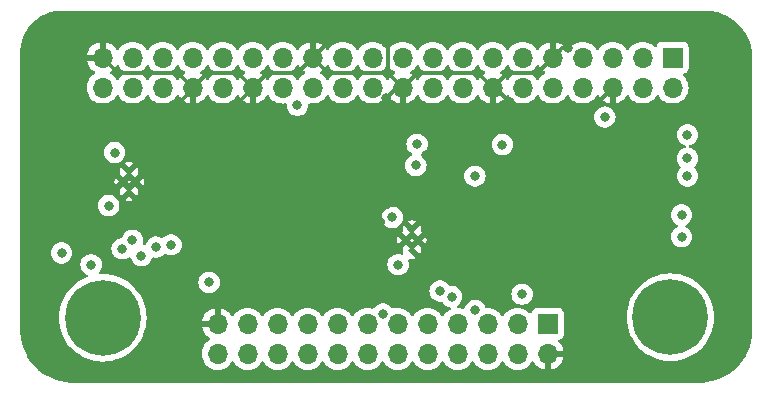
<source format=gbr>
%TF.GenerationSoftware,KiCad,Pcbnew,8.0.3*%
%TF.CreationDate,2024-08-02T19:42:00+02:00*%
%TF.ProjectId,HatV5,48617456-352e-46b6-9963-61645f706362,V2*%
%TF.SameCoordinates,Original*%
%TF.FileFunction,Copper,L2,Inr*%
%TF.FilePolarity,Positive*%
%FSLAX46Y46*%
G04 Gerber Fmt 4.6, Leading zero omitted, Abs format (unit mm)*
G04 Created by KiCad (PCBNEW 8.0.3) date 2024-08-02 19:42:00*
%MOMM*%
%LPD*%
G01*
G04 APERTURE LIST*
%TA.AperFunction,ComponentPad*%
%ADD10C,0.800000*%
%TD*%
%TA.AperFunction,ComponentPad*%
%ADD11C,6.400000*%
%TD*%
%TA.AperFunction,ComponentPad*%
%ADD12R,1.700000X1.700000*%
%TD*%
%TA.AperFunction,ComponentPad*%
%ADD13O,1.700000X1.700000*%
%TD*%
%TA.AperFunction,ComponentPad*%
%ADD14C,0.500000*%
%TD*%
%TA.AperFunction,ViaPad*%
%ADD15C,0.800000*%
%TD*%
%TA.AperFunction,ViaPad*%
%ADD16C,0.700000*%
%TD*%
%TA.AperFunction,Conductor*%
%ADD17C,0.300000*%
%TD*%
G04 APERTURE END LIST*
D10*
%TO.N,N/C*%
%TO.C,H1*%
X113082400Y-111119400D03*
X113785344Y-109422344D03*
X113785344Y-112816456D03*
X115482400Y-108719400D03*
D11*
X115482400Y-111119400D03*
D10*
X115482400Y-113519400D03*
X117179456Y-109422344D03*
X117179456Y-112816456D03*
X117882400Y-111119400D03*
%TD*%
%TO.N,N/C*%
%TO.C,H2*%
X161140056Y-111064796D03*
X161843000Y-109367740D03*
X161843000Y-112761852D03*
X163540056Y-108664796D03*
D11*
X163540056Y-111064796D03*
D10*
X163540056Y-113464796D03*
X165237112Y-109367740D03*
X165237112Y-112761852D03*
X165940056Y-111064796D03*
%TD*%
D12*
%TO.N,+3V3*%
%TO.C,J5*%
X163722400Y-89079400D03*
D13*
%TO.N,+5V*%
X163722400Y-91619400D03*
%TO.N,/I2C_GP5_DAT*%
X161182400Y-89079400D03*
%TO.N,+5V*%
X161182400Y-91619400D03*
%TO.N,/I2C_GP5_CLK*%
X158642400Y-89079400D03*
%TO.N,GND*%
X158642400Y-91619400D03*
%TO.N,/MCLK05*%
X156102400Y-89079400D03*
%TO.N,/UART1_TX*%
X156102400Y-91619400D03*
%TO.N,GND*%
X153562400Y-89079400D03*
%TO.N,/UART1_RX*%
X153562400Y-91619400D03*
%TO.N,/UART1_RTS*%
X151022400Y-89079400D03*
%TO.N,/I2S2_CLK*%
X151022400Y-91619400D03*
%TO.N,/PWM01*%
X148482400Y-89079400D03*
%TO.N,GND*%
X148482400Y-91619400D03*
%TO.N,/GPIO27_PWM2*%
X145942400Y-89079400D03*
%TO.N,/GPIO8_AO_DMIC_IN_DAT*%
X145942400Y-91619400D03*
%TO.N,+3V3*%
X143402400Y-89079400D03*
%TO.N,/GPIO35_PWM3*%
X143402400Y-91619400D03*
%TO.N,/SPI1_MOSI*%
X140862400Y-89079400D03*
%TO.N,GND*%
X140862400Y-91619400D03*
%TO.N,/SPI1_MISO*%
X138322400Y-89079400D03*
%TO.N,/GPIO17_40HEADER*%
X138322400Y-91619400D03*
%TO.N,/SPI1_SCK*%
X135782400Y-89079400D03*
%TO.N,/SPI1_CS0*%
X135782400Y-91619400D03*
%TO.N,GND*%
X133242400Y-89079400D03*
%TO.N,/SPI1_CS1*%
X133242400Y-91619400D03*
%TO.N,/I2C_GP2_DAT*%
X130702400Y-89079400D03*
%TO.N,/I2C_GP2_CLK*%
X130702400Y-91619400D03*
%TO.N,/CAN0_DIN*%
X128162400Y-89079400D03*
%TO.N,GND*%
X128162400Y-91619400D03*
%TO.N,/CAN0_DOUT*%
X125622400Y-89079400D03*
%TO.N,/GPIO9_CAN1_GPIO0_DMIC_CLK*%
X125622400Y-91619400D03*
%TO.N,/CAN1_DOUT*%
X123082400Y-89079400D03*
%TO.N,GND*%
X123082400Y-91619400D03*
%TO.N,/I2S_FS*%
X120542400Y-89079400D03*
%TO.N,/UART1_CTS*%
X120542400Y-91619400D03*
%TO.N,/CAN1_DIN*%
X118002400Y-89079400D03*
%TO.N,/I2S_SDIN*%
X118002400Y-91619400D03*
%TO.N,GND*%
X115462400Y-89079400D03*
%TO.N,/I2S_SDOUT*%
X115462400Y-91619400D03*
%TD*%
D12*
%TO.N,+3V3*%
%TO.C,J6*%
X153142400Y-111619400D03*
D13*
%TO.N,GND*%
X153142400Y-114159400D03*
%TO.N,+5V*%
X150602400Y-111619400D03*
%TO.N,/PWM01*%
X150602400Y-114159400D03*
%TO.N,/GPIO35_PWM3*%
X148062400Y-111619400D03*
%TO.N,/GPIO27_PWM2*%
X148062400Y-114159400D03*
%TO.N,/GPIO9_CAN1_GPIO0_DMIC_CLK*%
X145522400Y-111619400D03*
%TO.N,/GPIO8_AO_DMIC_IN_DAT*%
X145522400Y-114159400D03*
%TO.N,/UART1_RTS*%
X142982400Y-111619400D03*
%TO.N,/UART1_TX*%
X142982400Y-114159400D03*
%TO.N,/UART1_CTS*%
X140442400Y-111619400D03*
%TO.N,/UART1_RX*%
X140442400Y-114159400D03*
%TO.N,/I2C_GP2_DAT*%
X137902400Y-111619400D03*
%TO.N,/I2C_GP2_CLK*%
X137902400Y-114159400D03*
%TO.N,/I2C_GP5_DAT*%
X135362400Y-111619400D03*
%TO.N,/I2C_GP5_CLK*%
X135362400Y-114159400D03*
%TO.N,/SPI1_SCK*%
X132822400Y-111619400D03*
%TO.N,/SPI1_MISO*%
X132822400Y-114159400D03*
%TO.N,/SPI1_CS1*%
X130282400Y-111619400D03*
%TO.N,/SPI1_MOSI*%
X130282400Y-114159400D03*
%TO.N,/SPI1_CS0*%
X127742400Y-111619400D03*
%TO.N,+5V*%
X127742400Y-114159400D03*
%TO.N,GND*%
X125202400Y-111619400D03*
%TO.N,+3V3*%
X125202400Y-114159400D03*
%TD*%
D14*
%TO.N,GND*%
%TO.C,U1*%
X117211800Y-99585000D03*
X117711800Y-98685000D03*
X117711800Y-100485000D03*
X118211800Y-99585000D03*
%TD*%
%TO.N,GND*%
%TO.C,U3*%
X141145400Y-104511200D03*
X141645400Y-103611200D03*
X141645400Y-105411200D03*
X142145400Y-104511200D03*
%TD*%
D15*
%TO.N,+5V*%
X124482400Y-108119400D03*
X150982400Y-109119400D03*
D16*
%TO.N,GND*%
X128120778Y-105119400D03*
D15*
X137772778Y-105846822D03*
D16*
X144993697Y-102110073D03*
X125201605Y-105061956D03*
D15*
X149982400Y-92876400D03*
D16*
X144376778Y-102619400D03*
X126469778Y-105211822D03*
D15*
X120482400Y-112619400D03*
X143982400Y-86119400D03*
D16*
X133325001Y-97389724D03*
X129482400Y-104619400D03*
X134318748Y-96441147D03*
X153482400Y-102119400D03*
X136077315Y-96048655D03*
X111011445Y-109239718D03*
X162482400Y-101119400D03*
X159310129Y-111528758D03*
X112870354Y-107206536D03*
X133962778Y-104957822D03*
X140566778Y-99369822D03*
X165482400Y-105619400D03*
D15*
X159642178Y-96525022D03*
D16*
X133718438Y-109120486D03*
D15*
X140482400Y-86119400D03*
D16*
X129510980Y-101996566D03*
X130982400Y-104619400D03*
X144122778Y-98607822D03*
X123802778Y-101782822D03*
D15*
X152250778Y-99573022D03*
X135865246Y-98435713D03*
D16*
X149482400Y-98619400D03*
X135232778Y-105135622D03*
D15*
X154282778Y-100436622D03*
D16*
X132444618Y-100852863D03*
X147805778Y-106862822D03*
X149026400Y-107415400D03*
X132482400Y-104619400D03*
D15*
X166146935Y-103354865D03*
D16*
X152377778Y-101020822D03*
X138993192Y-102975700D03*
X136629778Y-105110222D03*
D15*
X158067378Y-96601222D03*
X131982400Y-109119400D03*
X121482400Y-114119400D03*
D16*
X130968109Y-101964185D03*
X158482400Y-105119400D03*
D15*
X158128847Y-110445917D03*
D16*
X166196078Y-104682890D03*
D15*
X139482400Y-92526400D03*
X157385400Y-92876400D03*
D16*
X126723778Y-96448822D03*
X142635965Y-95391224D03*
X165982400Y-102119400D03*
X154982400Y-102119400D03*
D15*
X157965778Y-99877822D03*
D16*
X130945537Y-100865150D03*
X109535389Y-113807289D03*
X143919578Y-95585222D03*
X157711778Y-101655822D03*
X156482400Y-102119400D03*
X111002886Y-115412363D03*
X139647411Y-95360883D03*
X168697381Y-114862883D03*
X163982400Y-105619400D03*
D15*
X142154316Y-86089907D03*
D16*
X141836778Y-99619400D03*
X137537190Y-96038302D03*
D15*
X109982400Y-87119400D03*
X119482400Y-114619400D03*
D16*
X123929778Y-97718822D03*
X163843627Y-101138489D03*
X110982400Y-107119400D03*
D15*
X167482400Y-107119400D03*
D16*
X147819785Y-103456785D03*
D15*
X151982400Y-97119400D03*
D16*
X133962778Y-101782822D03*
X128374778Y-97083822D03*
X133024400Y-106653400D03*
D15*
X154282778Y-99014222D03*
X142840111Y-97309660D03*
D16*
X165482400Y-101119400D03*
D15*
X121982400Y-92876400D03*
D16*
X168839859Y-86759275D03*
X152482400Y-107119400D03*
D15*
X159642178Y-97896622D03*
X167482400Y-109119400D03*
X158118178Y-97947422D03*
D16*
X148694778Y-100004822D03*
X125072778Y-96702822D03*
D15*
X150599778Y-98226822D03*
D16*
X136613462Y-106677871D03*
X156982400Y-105119400D03*
X160540363Y-105242545D03*
D15*
X135482400Y-109119400D03*
D16*
X124691778Y-103306822D03*
X162482400Y-105619400D03*
D15*
X126982400Y-92876400D03*
X156238578Y-100487422D03*
D16*
X128501778Y-99544000D03*
X139423778Y-100258822D03*
X141422339Y-95360883D03*
D15*
X155482400Y-114119400D03*
D16*
X143030578Y-99319022D03*
D15*
X154895051Y-88276400D03*
X156187778Y-99039622D03*
X134482400Y-87876400D03*
D16*
X122431178Y-101224022D03*
D15*
X139482400Y-87876400D03*
D16*
X132473810Y-101964185D03*
X139577200Y-101528822D03*
X150853778Y-107370822D03*
X133783960Y-100693125D03*
D15*
X152758778Y-104449822D03*
%TO.N,/I2C_GP5_DAT*%
X144032556Y-108833622D03*
%TO.N,/I2C_GP5_CLK*%
X145012352Y-109319400D03*
%TO.N,/UART1_TX*%
X164982400Y-97619400D03*
%TO.N,/UART1_RX*%
X164982400Y-95619400D03*
X157982400Y-94119400D03*
%TO.N,/GPIO8_AO_DMIC_IN_DAT*%
X164982400Y-99119400D03*
%TO.N,/GPIO35_PWM3*%
X139197811Y-110773890D03*
X146982400Y-99119400D03*
X149315674Y-96452673D03*
X147004762Y-110491893D03*
%TO.N,/SPI1_MOSI*%
X117982400Y-104561250D03*
%TO.N,/SPI1_MISO*%
X119995673Y-105122623D03*
%TO.N,/SPI1_SCK*%
X121256295Y-104932978D03*
%TO.N,/SPI1_CS0*%
X111982400Y-105619400D03*
X131962425Y-93119400D03*
X117118959Y-105261250D03*
%TO.N,/SPI1_CS1*%
X118748822Y-105852978D03*
X114482400Y-106619400D03*
%TO.N,/CAN0_DIN*%
X116482400Y-97119400D03*
%TO.N,/CAN0_DOUT*%
X115982400Y-101619400D03*
%TO.N,/CAN1_DOUT*%
X140482400Y-106619400D03*
%TO.N,/CAN1_DIN*%
X139982400Y-102619400D03*
%TO.N,/CAN BUS 0/CH0+*%
X141982400Y-98213199D03*
%TO.N,/CAN BUS 0/CH0-*%
X142084811Y-96414695D03*
%TO.N,/CAN BUS 1/CH1+*%
X164482400Y-104254865D03*
%TO.N,/CAN BUS 1/CH1-*%
X164482400Y-102404865D03*
%TD*%
D17*
%TO.N,GND*%
X148482400Y-91619400D02*
X148725400Y-91619400D01*
X139662400Y-88056400D02*
X139482400Y-87876400D01*
X128162400Y-91696400D02*
X126982400Y-92876400D01*
X140862400Y-91619400D02*
X140389400Y-91619400D01*
X123082400Y-91619400D02*
X121882400Y-90419400D01*
X133242400Y-89079400D02*
X131902400Y-90419400D01*
X123082400Y-91619400D02*
X123082400Y-91776400D01*
X128162400Y-91619400D02*
X128162400Y-91696400D01*
X157385400Y-92876400D02*
X158642400Y-91619400D01*
X116802400Y-90419400D02*
X115462400Y-89079400D01*
X142062400Y-90419400D02*
X140862400Y-91619400D01*
X124282400Y-90419400D02*
X123082400Y-91619400D01*
X153562400Y-89079400D02*
X152222400Y-90419400D01*
X140389400Y-91619400D02*
X139482400Y-92526400D01*
X139662400Y-90419400D02*
X134582400Y-90419400D01*
X134582400Y-90419400D02*
X133242400Y-89079400D01*
X140862400Y-91619400D02*
X139662400Y-90419400D01*
X154895051Y-88276400D02*
X154365400Y-88276400D01*
X139662400Y-90419400D02*
X139662400Y-88056400D01*
X148482400Y-91619400D02*
X147282400Y-90419400D01*
X148482400Y-91619400D02*
X149682400Y-90419400D01*
X149682400Y-90419400D02*
X152222400Y-90419400D01*
X147282400Y-90419400D02*
X142062400Y-90419400D01*
X128162400Y-91619400D02*
X126962400Y-90419400D01*
X148725400Y-91619400D02*
X149982400Y-92876400D01*
X134482400Y-87876400D02*
X134445400Y-87876400D01*
X131902400Y-90419400D02*
X129362400Y-90419400D01*
X126962400Y-90419400D02*
X124282400Y-90419400D01*
X129362400Y-90419400D02*
X128162400Y-91619400D01*
X154365400Y-88276400D02*
X153562400Y-89079400D01*
X134445400Y-87876400D02*
X133242400Y-89079400D01*
X123082400Y-91776400D02*
X121982400Y-92876400D01*
X121882400Y-90419400D02*
X116802400Y-90419400D01*
%TD*%
%TA.AperFunction,Conductor*%
%TO.N,GND*%
G36*
X121897255Y-89745946D02*
G01*
X121913975Y-89765242D01*
X122043901Y-89950796D01*
X122043906Y-89950802D01*
X122210997Y-90117893D01*
X122211003Y-90117898D01*
X122396994Y-90248130D01*
X122440619Y-90302707D01*
X122447813Y-90372205D01*
X122416290Y-90434560D01*
X122396995Y-90451280D01*
X122211322Y-90581290D01*
X122211320Y-90581291D01*
X122044291Y-90748320D01*
X122044290Y-90748322D01*
X121914280Y-90933995D01*
X121859703Y-90977619D01*
X121790204Y-90984812D01*
X121727850Y-90953290D01*
X121711130Y-90933994D01*
X121580894Y-90747997D01*
X121413802Y-90580906D01*
X121413796Y-90580901D01*
X121228242Y-90450975D01*
X121184617Y-90396398D01*
X121177423Y-90326900D01*
X121208946Y-90264545D01*
X121228242Y-90247825D01*
X121250426Y-90232291D01*
X121413801Y-90117895D01*
X121580895Y-89950801D01*
X121710825Y-89765242D01*
X121765402Y-89721617D01*
X121834900Y-89714423D01*
X121897255Y-89745946D01*
G37*
%TD.AperFunction*%
%TA.AperFunction,Conductor*%
G36*
X124437255Y-89745946D02*
G01*
X124453975Y-89765242D01*
X124583901Y-89950796D01*
X124583906Y-89950802D01*
X124750997Y-90117893D01*
X124751003Y-90117898D01*
X124936558Y-90247825D01*
X124980183Y-90302402D01*
X124987377Y-90371900D01*
X124955854Y-90434255D01*
X124936558Y-90450975D01*
X124750997Y-90580905D01*
X124583908Y-90747994D01*
X124453669Y-90933995D01*
X124399092Y-90977619D01*
X124329593Y-90984812D01*
X124267239Y-90953290D01*
X124250519Y-90933994D01*
X124120513Y-90748326D01*
X124120508Y-90748320D01*
X123953478Y-90581290D01*
X123767805Y-90451279D01*
X123724180Y-90396702D01*
X123716988Y-90327204D01*
X123748510Y-90264849D01*
X123767806Y-90248130D01*
X123768679Y-90247519D01*
X123953801Y-90117895D01*
X124120895Y-89950801D01*
X124250825Y-89765242D01*
X124305402Y-89721617D01*
X124374900Y-89714423D01*
X124437255Y-89745946D01*
G37*
%TD.AperFunction*%
%TA.AperFunction,Conductor*%
G36*
X126977255Y-89745946D02*
G01*
X126993975Y-89765242D01*
X127123901Y-89950796D01*
X127123906Y-89950802D01*
X127290997Y-90117893D01*
X127291003Y-90117898D01*
X127476994Y-90248130D01*
X127520619Y-90302707D01*
X127527813Y-90372205D01*
X127496290Y-90434560D01*
X127476995Y-90451280D01*
X127291322Y-90581290D01*
X127291320Y-90581291D01*
X127124291Y-90748320D01*
X127124290Y-90748322D01*
X126994280Y-90933995D01*
X126939703Y-90977619D01*
X126870204Y-90984812D01*
X126807850Y-90953290D01*
X126791130Y-90933994D01*
X126660894Y-90747997D01*
X126493802Y-90580906D01*
X126493796Y-90580901D01*
X126308242Y-90450975D01*
X126264617Y-90396398D01*
X126257423Y-90326900D01*
X126288946Y-90264545D01*
X126308242Y-90247825D01*
X126330426Y-90232291D01*
X126493801Y-90117895D01*
X126660895Y-89950801D01*
X126790825Y-89765242D01*
X126845402Y-89721617D01*
X126914900Y-89714423D01*
X126977255Y-89745946D01*
G37*
%TD.AperFunction*%
%TA.AperFunction,Conductor*%
G36*
X129517255Y-89745946D02*
G01*
X129533975Y-89765242D01*
X129663901Y-89950796D01*
X129663906Y-89950802D01*
X129830997Y-90117893D01*
X129831003Y-90117898D01*
X130016558Y-90247825D01*
X130060183Y-90302402D01*
X130067377Y-90371900D01*
X130035854Y-90434255D01*
X130016558Y-90450975D01*
X129830997Y-90580905D01*
X129663908Y-90747994D01*
X129533669Y-90933995D01*
X129479092Y-90977619D01*
X129409593Y-90984812D01*
X129347239Y-90953290D01*
X129330519Y-90933994D01*
X129200513Y-90748326D01*
X129200508Y-90748320D01*
X129033478Y-90581290D01*
X128847805Y-90451279D01*
X128804180Y-90396702D01*
X128796988Y-90327204D01*
X128828510Y-90264849D01*
X128847806Y-90248130D01*
X128848679Y-90247519D01*
X129033801Y-90117895D01*
X129200895Y-89950801D01*
X129330825Y-89765242D01*
X129385402Y-89721617D01*
X129454900Y-89714423D01*
X129517255Y-89745946D01*
G37*
%TD.AperFunction*%
%TA.AperFunction,Conductor*%
G36*
X139677255Y-89745946D02*
G01*
X139693975Y-89765242D01*
X139823901Y-89950796D01*
X139823906Y-89950802D01*
X139990997Y-90117893D01*
X139991003Y-90117898D01*
X140176994Y-90248130D01*
X140220619Y-90302707D01*
X140227813Y-90372205D01*
X140196290Y-90434560D01*
X140176995Y-90451280D01*
X139991322Y-90581290D01*
X139991320Y-90581291D01*
X139824291Y-90748320D01*
X139824290Y-90748322D01*
X139694280Y-90933995D01*
X139639703Y-90977619D01*
X139570204Y-90984812D01*
X139507850Y-90953290D01*
X139491130Y-90933994D01*
X139360894Y-90747997D01*
X139193802Y-90580906D01*
X139193796Y-90580901D01*
X139008242Y-90450975D01*
X138964617Y-90396398D01*
X138957423Y-90326900D01*
X138988946Y-90264545D01*
X139008242Y-90247825D01*
X139030426Y-90232291D01*
X139193801Y-90117895D01*
X139360895Y-89950801D01*
X139490825Y-89765242D01*
X139545402Y-89721617D01*
X139614900Y-89714423D01*
X139677255Y-89745946D01*
G37*
%TD.AperFunction*%
%TA.AperFunction,Conductor*%
G36*
X142217255Y-89745946D02*
G01*
X142233975Y-89765242D01*
X142363901Y-89950796D01*
X142363906Y-89950802D01*
X142530997Y-90117893D01*
X142531003Y-90117898D01*
X142716558Y-90247825D01*
X142760183Y-90302402D01*
X142767377Y-90371900D01*
X142735854Y-90434255D01*
X142716558Y-90450975D01*
X142530997Y-90580905D01*
X142363908Y-90747994D01*
X142233669Y-90933995D01*
X142179092Y-90977619D01*
X142109593Y-90984812D01*
X142047239Y-90953290D01*
X142030519Y-90933994D01*
X141900513Y-90748326D01*
X141900508Y-90748320D01*
X141733478Y-90581290D01*
X141547805Y-90451279D01*
X141504180Y-90396702D01*
X141496988Y-90327204D01*
X141528510Y-90264849D01*
X141547806Y-90248130D01*
X141548679Y-90247519D01*
X141733801Y-90117895D01*
X141900895Y-89950801D01*
X142030825Y-89765242D01*
X142085402Y-89721617D01*
X142154900Y-89714423D01*
X142217255Y-89745946D01*
G37*
%TD.AperFunction*%
%TA.AperFunction,Conductor*%
G36*
X147297255Y-89745946D02*
G01*
X147313975Y-89765242D01*
X147443901Y-89950796D01*
X147443906Y-89950802D01*
X147610997Y-90117893D01*
X147611003Y-90117898D01*
X147796994Y-90248130D01*
X147840619Y-90302707D01*
X147847813Y-90372205D01*
X147816290Y-90434560D01*
X147796995Y-90451280D01*
X147611322Y-90581290D01*
X147611320Y-90581291D01*
X147444291Y-90748320D01*
X147444290Y-90748322D01*
X147314280Y-90933995D01*
X147259703Y-90977619D01*
X147190204Y-90984812D01*
X147127850Y-90953290D01*
X147111130Y-90933994D01*
X146980894Y-90747997D01*
X146813802Y-90580906D01*
X146813796Y-90580901D01*
X146628242Y-90450975D01*
X146584617Y-90396398D01*
X146577423Y-90326900D01*
X146608946Y-90264545D01*
X146628242Y-90247825D01*
X146650426Y-90232291D01*
X146813801Y-90117895D01*
X146980895Y-89950801D01*
X147110825Y-89765242D01*
X147165402Y-89721617D01*
X147234900Y-89714423D01*
X147297255Y-89745946D01*
G37*
%TD.AperFunction*%
%TA.AperFunction,Conductor*%
G36*
X149837255Y-89745946D02*
G01*
X149853975Y-89765242D01*
X149983901Y-89950796D01*
X149983906Y-89950802D01*
X150150997Y-90117893D01*
X150151003Y-90117898D01*
X150336558Y-90247825D01*
X150380183Y-90302402D01*
X150387377Y-90371900D01*
X150355854Y-90434255D01*
X150336558Y-90450975D01*
X150150997Y-90580905D01*
X149983908Y-90747994D01*
X149853669Y-90933995D01*
X149799092Y-90977619D01*
X149729593Y-90984812D01*
X149667239Y-90953290D01*
X149650519Y-90933994D01*
X149520513Y-90748326D01*
X149520508Y-90748320D01*
X149353478Y-90581290D01*
X149167805Y-90451279D01*
X149124180Y-90396702D01*
X149116988Y-90327204D01*
X149148510Y-90264849D01*
X149167806Y-90248130D01*
X149168679Y-90247519D01*
X149353801Y-90117895D01*
X149520895Y-89950801D01*
X149650825Y-89765242D01*
X149705402Y-89721617D01*
X149774900Y-89714423D01*
X149837255Y-89745946D01*
G37*
%TD.AperFunction*%
%TA.AperFunction,Conductor*%
G36*
X116816949Y-89745510D02*
G01*
X116833669Y-89764805D01*
X116963905Y-89950801D01*
X116963906Y-89950802D01*
X117130997Y-90117893D01*
X117131003Y-90117898D01*
X117316558Y-90247825D01*
X117360183Y-90302402D01*
X117367377Y-90371900D01*
X117335854Y-90434255D01*
X117316558Y-90450975D01*
X117130997Y-90580905D01*
X116963905Y-90747997D01*
X116833975Y-90933558D01*
X116779398Y-90977183D01*
X116709900Y-90984377D01*
X116647545Y-90952854D01*
X116630825Y-90933558D01*
X116500894Y-90747997D01*
X116333802Y-90580906D01*
X116333801Y-90580905D01*
X116166244Y-90463580D01*
X116147805Y-90450669D01*
X116104181Y-90396092D01*
X116096988Y-90326593D01*
X116128510Y-90264239D01*
X116147805Y-90247519D01*
X116333482Y-90117505D01*
X116500505Y-89950482D01*
X116630519Y-89764805D01*
X116685096Y-89721181D01*
X116754595Y-89713988D01*
X116816949Y-89745510D01*
G37*
%TD.AperFunction*%
%TA.AperFunction,Conductor*%
G36*
X119357255Y-89745946D02*
G01*
X119373975Y-89765242D01*
X119503901Y-89950796D01*
X119503906Y-89950802D01*
X119670997Y-90117893D01*
X119671003Y-90117898D01*
X119856558Y-90247825D01*
X119900183Y-90302402D01*
X119907377Y-90371900D01*
X119875854Y-90434255D01*
X119856558Y-90450975D01*
X119670997Y-90580905D01*
X119503905Y-90747997D01*
X119373975Y-90933558D01*
X119319398Y-90977183D01*
X119249900Y-90984377D01*
X119187545Y-90952854D01*
X119170825Y-90933558D01*
X119040894Y-90747997D01*
X118873802Y-90580906D01*
X118873796Y-90580901D01*
X118688242Y-90450975D01*
X118644617Y-90396398D01*
X118637423Y-90326900D01*
X118668946Y-90264545D01*
X118688242Y-90247825D01*
X118710426Y-90232291D01*
X118873801Y-90117895D01*
X119040895Y-89950801D01*
X119170825Y-89765242D01*
X119225402Y-89721617D01*
X119294900Y-89714423D01*
X119357255Y-89745946D01*
G37*
%TD.AperFunction*%
%TA.AperFunction,Conductor*%
G36*
X132057560Y-89745510D02*
G01*
X132074279Y-89764805D01*
X132204290Y-89950478D01*
X132371317Y-90117505D01*
X132556995Y-90247519D01*
X132600619Y-90302096D01*
X132607812Y-90371595D01*
X132576290Y-90433949D01*
X132556995Y-90450669D01*
X132370994Y-90580908D01*
X132203905Y-90747997D01*
X132073975Y-90933558D01*
X132019398Y-90977183D01*
X131949900Y-90984377D01*
X131887545Y-90952854D01*
X131870825Y-90933558D01*
X131740894Y-90747997D01*
X131573802Y-90580906D01*
X131573796Y-90580901D01*
X131388242Y-90450975D01*
X131344617Y-90396398D01*
X131337423Y-90326900D01*
X131368946Y-90264545D01*
X131388242Y-90247825D01*
X131410426Y-90232291D01*
X131573801Y-90117895D01*
X131740895Y-89950801D01*
X131871130Y-89764805D01*
X131925707Y-89721181D01*
X131995205Y-89713987D01*
X132057560Y-89745510D01*
G37*
%TD.AperFunction*%
%TA.AperFunction,Conductor*%
G36*
X134596949Y-89745510D02*
G01*
X134613669Y-89764805D01*
X134743905Y-89950801D01*
X134743906Y-89950802D01*
X134910997Y-90117893D01*
X134911003Y-90117898D01*
X135096558Y-90247825D01*
X135140183Y-90302402D01*
X135147377Y-90371900D01*
X135115854Y-90434255D01*
X135096558Y-90450975D01*
X134910997Y-90580905D01*
X134743905Y-90747997D01*
X134613975Y-90933558D01*
X134559398Y-90977183D01*
X134489900Y-90984377D01*
X134427545Y-90952854D01*
X134410825Y-90933558D01*
X134280894Y-90747997D01*
X134113802Y-90580906D01*
X134113801Y-90580905D01*
X133946244Y-90463580D01*
X133927805Y-90450669D01*
X133884181Y-90396092D01*
X133876988Y-90326593D01*
X133908510Y-90264239D01*
X133927805Y-90247519D01*
X134113482Y-90117505D01*
X134280505Y-89950482D01*
X134410519Y-89764805D01*
X134465096Y-89721181D01*
X134534595Y-89713988D01*
X134596949Y-89745510D01*
G37*
%TD.AperFunction*%
%TA.AperFunction,Conductor*%
G36*
X137137255Y-89745946D02*
G01*
X137153975Y-89765242D01*
X137283901Y-89950796D01*
X137283906Y-89950802D01*
X137450997Y-90117893D01*
X137451003Y-90117898D01*
X137636558Y-90247825D01*
X137680183Y-90302402D01*
X137687377Y-90371900D01*
X137655854Y-90434255D01*
X137636558Y-90450975D01*
X137450997Y-90580905D01*
X137283905Y-90747997D01*
X137153975Y-90933558D01*
X137099398Y-90977183D01*
X137029900Y-90984377D01*
X136967545Y-90952854D01*
X136950825Y-90933558D01*
X136820894Y-90747997D01*
X136653802Y-90580906D01*
X136653796Y-90580901D01*
X136468242Y-90450975D01*
X136424617Y-90396398D01*
X136417423Y-90326900D01*
X136448946Y-90264545D01*
X136468242Y-90247825D01*
X136490426Y-90232291D01*
X136653801Y-90117895D01*
X136820895Y-89950801D01*
X136950825Y-89765242D01*
X137005402Y-89721617D01*
X137074900Y-89714423D01*
X137137255Y-89745946D01*
G37*
%TD.AperFunction*%
%TA.AperFunction,Conductor*%
G36*
X144757255Y-89745946D02*
G01*
X144773975Y-89765242D01*
X144903901Y-89950796D01*
X144903906Y-89950802D01*
X145070997Y-90117893D01*
X145071003Y-90117898D01*
X145256558Y-90247825D01*
X145300183Y-90302402D01*
X145307377Y-90371900D01*
X145275854Y-90434255D01*
X145256558Y-90450975D01*
X145070997Y-90580905D01*
X144903905Y-90747997D01*
X144773975Y-90933558D01*
X144719398Y-90977183D01*
X144649900Y-90984377D01*
X144587545Y-90952854D01*
X144570825Y-90933558D01*
X144440894Y-90747997D01*
X144273802Y-90580906D01*
X144273796Y-90580901D01*
X144088242Y-90450975D01*
X144044617Y-90396398D01*
X144037423Y-90326900D01*
X144068946Y-90264545D01*
X144088242Y-90247825D01*
X144110426Y-90232291D01*
X144273801Y-90117895D01*
X144440895Y-89950801D01*
X144570825Y-89765242D01*
X144625402Y-89721617D01*
X144694900Y-89714423D01*
X144757255Y-89745946D01*
G37*
%TD.AperFunction*%
%TA.AperFunction,Conductor*%
G36*
X152377560Y-89745510D02*
G01*
X152394279Y-89764805D01*
X152524290Y-89950478D01*
X152691317Y-90117505D01*
X152876995Y-90247519D01*
X152920619Y-90302096D01*
X152927812Y-90371595D01*
X152896290Y-90433949D01*
X152876995Y-90450669D01*
X152690994Y-90580908D01*
X152523905Y-90747997D01*
X152393975Y-90933558D01*
X152339398Y-90977183D01*
X152269900Y-90984377D01*
X152207545Y-90952854D01*
X152190825Y-90933558D01*
X152060894Y-90747997D01*
X151893802Y-90580906D01*
X151893796Y-90580901D01*
X151708242Y-90450975D01*
X151664617Y-90396398D01*
X151657423Y-90326900D01*
X151688946Y-90264545D01*
X151708242Y-90247825D01*
X151730426Y-90232291D01*
X151893801Y-90117895D01*
X152060895Y-89950801D01*
X152191130Y-89764805D01*
X152245707Y-89721181D01*
X152315205Y-89713987D01*
X152377560Y-89745510D01*
G37*
%TD.AperFunction*%
%TA.AperFunction,Conductor*%
G36*
X166483133Y-85119408D02*
G01*
X166673477Y-85121743D01*
X166684081Y-85122330D01*
X167063624Y-85159712D01*
X167075649Y-85161496D01*
X167448927Y-85235745D01*
X167460729Y-85238701D01*
X167824944Y-85349185D01*
X167836402Y-85353285D01*
X168188027Y-85498932D01*
X168199026Y-85504134D01*
X168534682Y-85683547D01*
X168545113Y-85689799D01*
X168861569Y-85901249D01*
X168871342Y-85908497D01*
X169151577Y-86138479D01*
X169165548Y-86149944D01*
X169174565Y-86158117D01*
X169443682Y-86427234D01*
X169451855Y-86436251D01*
X169693302Y-86730457D01*
X169700550Y-86740230D01*
X169912000Y-87056686D01*
X169918256Y-87067124D01*
X170097664Y-87402772D01*
X170102867Y-87413772D01*
X170248514Y-87765397D01*
X170252614Y-87776855D01*
X170363098Y-88141070D01*
X170366054Y-88152874D01*
X170440302Y-88526144D01*
X170442088Y-88538181D01*
X170479468Y-88917704D01*
X170480056Y-88928337D01*
X170482391Y-89118666D01*
X170482400Y-89120187D01*
X170482400Y-112118660D01*
X170482392Y-112120092D01*
X170480056Y-112322326D01*
X170479535Y-112332335D01*
X170442156Y-112735723D01*
X170440574Y-112747067D01*
X170366262Y-113144600D01*
X170363639Y-113155749D01*
X170252973Y-113544702D01*
X170249334Y-113555562D01*
X170103238Y-113932678D01*
X170098611Y-113943155D01*
X169918360Y-114305150D01*
X169912787Y-114315157D01*
X169699888Y-114658999D01*
X169693415Y-114668448D01*
X169449704Y-114991174D01*
X169442387Y-114999985D01*
X169169942Y-115298843D01*
X169161843Y-115306942D01*
X168862985Y-115579387D01*
X168854174Y-115586704D01*
X168531448Y-115830415D01*
X168521999Y-115836888D01*
X168178157Y-116049787D01*
X168168150Y-116055360D01*
X167806155Y-116235611D01*
X167795678Y-116240238D01*
X167418562Y-116386334D01*
X167407702Y-116389973D01*
X167018749Y-116500639D01*
X167007600Y-116503262D01*
X166610067Y-116577574D01*
X166598723Y-116579156D01*
X166195335Y-116616535D01*
X166185326Y-116617056D01*
X165983093Y-116619392D01*
X165981661Y-116619400D01*
X112983139Y-116619400D01*
X112981707Y-116619392D01*
X112779473Y-116617056D01*
X112769464Y-116616535D01*
X112366076Y-116579156D01*
X112354732Y-116577574D01*
X111957199Y-116503262D01*
X111946050Y-116500639D01*
X111557097Y-116389973D01*
X111546237Y-116386334D01*
X111169121Y-116240238D01*
X111158644Y-116235611D01*
X110796649Y-116055360D01*
X110786642Y-116049787D01*
X110442800Y-115836888D01*
X110433351Y-115830415D01*
X110110625Y-115586704D01*
X110101814Y-115579387D01*
X110008655Y-115494461D01*
X109802951Y-115306937D01*
X109794857Y-115298843D01*
X109702833Y-115197898D01*
X109522408Y-114999980D01*
X109515095Y-114991174D01*
X109271384Y-114668448D01*
X109264911Y-114658999D01*
X109101327Y-114394803D01*
X109052007Y-114315148D01*
X109046444Y-114305160D01*
X108866184Y-113943147D01*
X108861561Y-113932678D01*
X108858194Y-113923986D01*
X108715461Y-113555551D01*
X108711829Y-113544713D01*
X108601160Y-113155749D01*
X108598537Y-113144600D01*
X108572305Y-113004273D01*
X108524223Y-112747054D01*
X108522644Y-112735736D01*
X108485263Y-112332331D01*
X108484743Y-112322326D01*
X108482408Y-112120092D01*
X108482400Y-112118660D01*
X108482400Y-111119399D01*
X111776822Y-111119399D01*
X111776822Y-111119400D01*
X111797122Y-111506739D01*
X111834922Y-111745400D01*
X111857798Y-111889833D01*
X111958072Y-112264063D01*
X111958188Y-112264494D01*
X112097187Y-112626597D01*
X112273277Y-112972193D01*
X112484522Y-113297482D01*
X112684404Y-113544315D01*
X112728619Y-113598916D01*
X113002884Y-113873181D01*
X113170775Y-114009137D01*
X113304317Y-114117277D01*
X113593632Y-114305160D01*
X113629611Y-114328525D01*
X113975206Y-114504614D01*
X114337313Y-114643614D01*
X114711967Y-114744002D01*
X115095062Y-114804678D01*
X115460976Y-114823855D01*
X115482399Y-114824978D01*
X115482400Y-114824978D01*
X115482401Y-114824978D01*
X115502701Y-114823914D01*
X115869738Y-114804678D01*
X116252833Y-114744002D01*
X116627487Y-114643614D01*
X116989594Y-114504614D01*
X117335189Y-114328525D01*
X117595620Y-114159399D01*
X123846741Y-114159399D01*
X123846741Y-114159400D01*
X123867336Y-114394803D01*
X123867338Y-114394813D01*
X123928494Y-114623055D01*
X123928496Y-114623059D01*
X123928497Y-114623063D01*
X124008404Y-114794423D01*
X124028365Y-114837230D01*
X124028367Y-114837234D01*
X124136158Y-114991174D01*
X124163905Y-115030801D01*
X124330999Y-115197895D01*
X124427784Y-115265665D01*
X124524565Y-115333432D01*
X124524567Y-115333433D01*
X124524570Y-115333435D01*
X124738737Y-115433303D01*
X124966992Y-115494463D01*
X125155318Y-115510939D01*
X125202399Y-115515059D01*
X125202400Y-115515059D01*
X125202401Y-115515059D01*
X125241634Y-115511626D01*
X125437808Y-115494463D01*
X125666063Y-115433303D01*
X125880230Y-115333435D01*
X126073801Y-115197895D01*
X126240895Y-115030801D01*
X126370825Y-114845242D01*
X126425402Y-114801617D01*
X126494900Y-114794423D01*
X126557255Y-114825946D01*
X126573975Y-114845242D01*
X126703900Y-115030795D01*
X126703905Y-115030801D01*
X126870999Y-115197895D01*
X126967784Y-115265665D01*
X127064565Y-115333432D01*
X127064567Y-115333433D01*
X127064570Y-115333435D01*
X127278737Y-115433303D01*
X127506992Y-115494463D01*
X127695318Y-115510939D01*
X127742399Y-115515059D01*
X127742400Y-115515059D01*
X127742401Y-115515059D01*
X127781634Y-115511626D01*
X127977808Y-115494463D01*
X128206063Y-115433303D01*
X128420230Y-115333435D01*
X128613801Y-115197895D01*
X128780895Y-115030801D01*
X128910825Y-114845242D01*
X128965402Y-114801617D01*
X129034900Y-114794423D01*
X129097255Y-114825946D01*
X129113975Y-114845242D01*
X129243900Y-115030795D01*
X129243905Y-115030801D01*
X129410999Y-115197895D01*
X129507784Y-115265665D01*
X129604565Y-115333432D01*
X129604567Y-115333433D01*
X129604570Y-115333435D01*
X129818737Y-115433303D01*
X130046992Y-115494463D01*
X130235318Y-115510939D01*
X130282399Y-115515059D01*
X130282400Y-115515059D01*
X130282401Y-115515059D01*
X130321634Y-115511626D01*
X130517808Y-115494463D01*
X130746063Y-115433303D01*
X130960230Y-115333435D01*
X131153801Y-115197895D01*
X131320895Y-115030801D01*
X131450825Y-114845242D01*
X131505402Y-114801617D01*
X131574900Y-114794423D01*
X131637255Y-114825946D01*
X131653975Y-114845242D01*
X131783900Y-115030795D01*
X131783905Y-115030801D01*
X131950999Y-115197895D01*
X132047784Y-115265665D01*
X132144565Y-115333432D01*
X132144567Y-115333433D01*
X132144570Y-115333435D01*
X132358737Y-115433303D01*
X132586992Y-115494463D01*
X132775318Y-115510939D01*
X132822399Y-115515059D01*
X132822400Y-115515059D01*
X132822401Y-115515059D01*
X132861634Y-115511626D01*
X133057808Y-115494463D01*
X133286063Y-115433303D01*
X133500230Y-115333435D01*
X133693801Y-115197895D01*
X133860895Y-115030801D01*
X133990825Y-114845242D01*
X134045402Y-114801617D01*
X134114900Y-114794423D01*
X134177255Y-114825946D01*
X134193975Y-114845242D01*
X134323900Y-115030795D01*
X134323905Y-115030801D01*
X134490999Y-115197895D01*
X134587784Y-115265665D01*
X134684565Y-115333432D01*
X134684567Y-115333433D01*
X134684570Y-115333435D01*
X134898737Y-115433303D01*
X135126992Y-115494463D01*
X135315318Y-115510939D01*
X135362399Y-115515059D01*
X135362400Y-115515059D01*
X135362401Y-115515059D01*
X135401634Y-115511626D01*
X135597808Y-115494463D01*
X135826063Y-115433303D01*
X136040230Y-115333435D01*
X136233801Y-115197895D01*
X136400895Y-115030801D01*
X136530825Y-114845242D01*
X136585402Y-114801617D01*
X136654900Y-114794423D01*
X136717255Y-114825946D01*
X136733975Y-114845242D01*
X136863900Y-115030795D01*
X136863905Y-115030801D01*
X137030999Y-115197895D01*
X137127784Y-115265665D01*
X137224565Y-115333432D01*
X137224567Y-115333433D01*
X137224570Y-115333435D01*
X137438737Y-115433303D01*
X137666992Y-115494463D01*
X137855318Y-115510939D01*
X137902399Y-115515059D01*
X137902400Y-115515059D01*
X137902401Y-115515059D01*
X137941634Y-115511626D01*
X138137808Y-115494463D01*
X138366063Y-115433303D01*
X138580230Y-115333435D01*
X138773801Y-115197895D01*
X138940895Y-115030801D01*
X139070825Y-114845242D01*
X139125402Y-114801617D01*
X139194900Y-114794423D01*
X139257255Y-114825946D01*
X139273975Y-114845242D01*
X139403900Y-115030795D01*
X139403905Y-115030801D01*
X139570999Y-115197895D01*
X139667784Y-115265665D01*
X139764565Y-115333432D01*
X139764567Y-115333433D01*
X139764570Y-115333435D01*
X139978737Y-115433303D01*
X140206992Y-115494463D01*
X140395318Y-115510939D01*
X140442399Y-115515059D01*
X140442400Y-115515059D01*
X140442401Y-115515059D01*
X140481634Y-115511626D01*
X140677808Y-115494463D01*
X140906063Y-115433303D01*
X141120230Y-115333435D01*
X141313801Y-115197895D01*
X141480895Y-115030801D01*
X141610825Y-114845242D01*
X141665402Y-114801617D01*
X141734900Y-114794423D01*
X141797255Y-114825946D01*
X141813975Y-114845242D01*
X141943900Y-115030795D01*
X141943905Y-115030801D01*
X142110999Y-115197895D01*
X142207784Y-115265665D01*
X142304565Y-115333432D01*
X142304567Y-115333433D01*
X142304570Y-115333435D01*
X142518737Y-115433303D01*
X142746992Y-115494463D01*
X142935318Y-115510939D01*
X142982399Y-115515059D01*
X142982400Y-115515059D01*
X142982401Y-115515059D01*
X143021634Y-115511626D01*
X143217808Y-115494463D01*
X143446063Y-115433303D01*
X143660230Y-115333435D01*
X143853801Y-115197895D01*
X144020895Y-115030801D01*
X144150825Y-114845242D01*
X144205402Y-114801617D01*
X144274900Y-114794423D01*
X144337255Y-114825946D01*
X144353975Y-114845242D01*
X144483900Y-115030795D01*
X144483905Y-115030801D01*
X144650999Y-115197895D01*
X144747784Y-115265665D01*
X144844565Y-115333432D01*
X144844567Y-115333433D01*
X144844570Y-115333435D01*
X145058737Y-115433303D01*
X145286992Y-115494463D01*
X145475318Y-115510939D01*
X145522399Y-115515059D01*
X145522400Y-115515059D01*
X145522401Y-115515059D01*
X145561634Y-115511626D01*
X145757808Y-115494463D01*
X145986063Y-115433303D01*
X146200230Y-115333435D01*
X146393801Y-115197895D01*
X146560895Y-115030801D01*
X146690825Y-114845242D01*
X146745402Y-114801617D01*
X146814900Y-114794423D01*
X146877255Y-114825946D01*
X146893975Y-114845242D01*
X147023900Y-115030795D01*
X147023905Y-115030801D01*
X147190999Y-115197895D01*
X147287784Y-115265665D01*
X147384565Y-115333432D01*
X147384567Y-115333433D01*
X147384570Y-115333435D01*
X147598737Y-115433303D01*
X147826992Y-115494463D01*
X148015318Y-115510939D01*
X148062399Y-115515059D01*
X148062400Y-115515059D01*
X148062401Y-115515059D01*
X148101634Y-115511626D01*
X148297808Y-115494463D01*
X148526063Y-115433303D01*
X148740230Y-115333435D01*
X148933801Y-115197895D01*
X149100895Y-115030801D01*
X149230825Y-114845242D01*
X149285402Y-114801617D01*
X149354900Y-114794423D01*
X149417255Y-114825946D01*
X149433975Y-114845242D01*
X149563900Y-115030795D01*
X149563905Y-115030801D01*
X149730999Y-115197895D01*
X149827784Y-115265665D01*
X149924565Y-115333432D01*
X149924567Y-115333433D01*
X149924570Y-115333435D01*
X150138737Y-115433303D01*
X150366992Y-115494463D01*
X150555318Y-115510939D01*
X150602399Y-115515059D01*
X150602400Y-115515059D01*
X150602401Y-115515059D01*
X150641634Y-115511626D01*
X150837808Y-115494463D01*
X151066063Y-115433303D01*
X151280230Y-115333435D01*
X151473801Y-115197895D01*
X151640895Y-115030801D01*
X151771130Y-114844805D01*
X151825707Y-114801181D01*
X151895205Y-114793987D01*
X151957560Y-114825510D01*
X151974279Y-114844805D01*
X152104290Y-115030478D01*
X152271317Y-115197505D01*
X152464821Y-115333000D01*
X152678907Y-115432829D01*
X152678916Y-115432833D01*
X152892400Y-115490034D01*
X152892400Y-114592412D01*
X152949407Y-114625325D01*
X153076574Y-114659400D01*
X153208226Y-114659400D01*
X153335393Y-114625325D01*
X153392400Y-114592412D01*
X153392400Y-115490033D01*
X153605883Y-115432833D01*
X153605892Y-115432829D01*
X153819978Y-115333000D01*
X154013482Y-115197505D01*
X154180505Y-115030482D01*
X154316000Y-114836978D01*
X154415829Y-114622892D01*
X154415832Y-114622886D01*
X154473036Y-114409400D01*
X153575412Y-114409400D01*
X153608325Y-114352393D01*
X153642400Y-114225226D01*
X153642400Y-114093574D01*
X153608325Y-113966407D01*
X153575412Y-113909400D01*
X154473036Y-113909400D01*
X154473035Y-113909399D01*
X154415832Y-113695913D01*
X154415829Y-113695907D01*
X154316000Y-113481822D01*
X154315999Y-113481820D01*
X154180513Y-113288326D01*
X154180508Y-113288320D01*
X154058453Y-113166265D01*
X154024968Y-113104942D01*
X154029952Y-113035250D01*
X154071824Y-112979317D01*
X154102800Y-112962402D01*
X154222953Y-112917589D01*
X154234726Y-112913198D01*
X154234726Y-112913197D01*
X154234731Y-112913196D01*
X154349946Y-112826946D01*
X154436196Y-112711731D01*
X154486491Y-112576883D01*
X154492900Y-112517273D01*
X154492899Y-111064795D01*
X159834478Y-111064795D01*
X159834478Y-111064796D01*
X159854778Y-111452135D01*
X159911837Y-111812393D01*
X159915454Y-111835229D01*
X159930083Y-111889827D01*
X160015844Y-112209890D01*
X160154843Y-112571993D01*
X160330933Y-112917589D01*
X160542178Y-113242878D01*
X160578980Y-113288324D01*
X160786275Y-113544312D01*
X161060540Y-113818577D01*
X161127970Y-113873181D01*
X161361973Y-114062673D01*
X161510920Y-114159400D01*
X161687267Y-114273921D01*
X162032862Y-114450010D01*
X162394969Y-114589010D01*
X162769623Y-114689398D01*
X163152718Y-114750074D01*
X163518632Y-114769251D01*
X163540055Y-114770374D01*
X163540056Y-114770374D01*
X163540057Y-114770374D01*
X163560357Y-114769310D01*
X163927394Y-114750074D01*
X164310489Y-114689398D01*
X164685143Y-114589010D01*
X165047250Y-114450010D01*
X165392845Y-114273921D01*
X165718140Y-114062672D01*
X166019572Y-113818577D01*
X166293837Y-113544312D01*
X166537932Y-113242880D01*
X166749181Y-112917585D01*
X166925270Y-112571990D01*
X167064270Y-112209883D01*
X167164658Y-111835229D01*
X167225334Y-111452134D01*
X167245634Y-111064796D01*
X167225334Y-110677458D01*
X167164658Y-110294363D01*
X167064270Y-109919709D01*
X166925270Y-109557602D01*
X166749181Y-109212007D01*
X166749178Y-109212002D01*
X166537933Y-108886713D01*
X166338051Y-108639880D01*
X166293837Y-108585280D01*
X166019572Y-108311015D01*
X165833991Y-108160734D01*
X165718138Y-108066918D01*
X165392849Y-107855673D01*
X165047253Y-107679583D01*
X164685150Y-107540584D01*
X164685143Y-107540582D01*
X164310489Y-107440194D01*
X164310485Y-107440193D01*
X164310484Y-107440193D01*
X163927395Y-107379518D01*
X163540057Y-107359218D01*
X163540055Y-107359218D01*
X163152716Y-107379518D01*
X162769628Y-107440193D01*
X162769626Y-107440193D01*
X162394961Y-107540584D01*
X162032858Y-107679583D01*
X161687262Y-107855673D01*
X161361973Y-108066918D01*
X161060544Y-108311011D01*
X161060536Y-108311018D01*
X160786278Y-108585276D01*
X160786271Y-108585284D01*
X160542178Y-108886713D01*
X160330933Y-109212002D01*
X160154843Y-109557598D01*
X160015844Y-109919701D01*
X159915453Y-110294366D01*
X159915453Y-110294368D01*
X159854778Y-110677456D01*
X159834478Y-111064795D01*
X154492899Y-111064795D01*
X154492899Y-110721528D01*
X154486491Y-110661917D01*
X154485210Y-110658483D01*
X154436197Y-110527071D01*
X154436193Y-110527064D01*
X154349947Y-110411855D01*
X154349944Y-110411852D01*
X154234735Y-110325606D01*
X154234728Y-110325602D01*
X154099882Y-110275308D01*
X154099883Y-110275308D01*
X154040283Y-110268901D01*
X154040281Y-110268900D01*
X154040273Y-110268900D01*
X154040264Y-110268900D01*
X152244529Y-110268900D01*
X152244523Y-110268901D01*
X152184916Y-110275308D01*
X152050071Y-110325602D01*
X152050064Y-110325606D01*
X151934855Y-110411852D01*
X151934852Y-110411855D01*
X151848606Y-110527064D01*
X151848603Y-110527069D01*
X151799589Y-110658483D01*
X151757717Y-110714416D01*
X151692253Y-110738833D01*
X151623980Y-110723981D01*
X151595726Y-110702830D01*
X151473802Y-110580906D01*
X151473795Y-110580901D01*
X151280234Y-110445367D01*
X151280230Y-110445365D01*
X151232197Y-110422967D01*
X151066063Y-110345497D01*
X151066059Y-110345496D01*
X151066055Y-110345494D01*
X150837813Y-110284338D01*
X150837803Y-110284336D01*
X150602401Y-110263741D01*
X150602399Y-110263741D01*
X150366996Y-110284336D01*
X150366986Y-110284338D01*
X150138744Y-110345494D01*
X150138735Y-110345498D01*
X149924571Y-110445364D01*
X149924569Y-110445365D01*
X149730997Y-110580905D01*
X149563905Y-110747997D01*
X149433975Y-110933558D01*
X149379398Y-110977183D01*
X149309900Y-110984377D01*
X149247545Y-110952854D01*
X149230825Y-110933558D01*
X149100894Y-110747997D01*
X148933802Y-110580906D01*
X148933795Y-110580901D01*
X148740234Y-110445367D01*
X148740230Y-110445365D01*
X148692197Y-110422967D01*
X148526063Y-110345497D01*
X148526059Y-110345496D01*
X148526055Y-110345494D01*
X148297813Y-110284338D01*
X148297803Y-110284336D01*
X148062401Y-110263741D01*
X148062398Y-110263741D01*
X147980842Y-110270876D01*
X147912342Y-110257109D01*
X147862159Y-110208494D01*
X147852104Y-110185665D01*
X147850439Y-110180542D01*
X147831941Y-110123609D01*
X147737295Y-109959677D01*
X147610633Y-109819005D01*
X147610632Y-109819004D01*
X147457496Y-109707744D01*
X147457491Y-109707741D01*
X147284569Y-109630750D01*
X147284564Y-109630748D01*
X147138763Y-109599758D01*
X147099408Y-109591393D01*
X146910116Y-109591393D01*
X146877659Y-109598291D01*
X146724959Y-109630748D01*
X146724954Y-109630750D01*
X146552032Y-109707741D01*
X146552027Y-109707744D01*
X146398891Y-109819004D01*
X146272228Y-109959678D01*
X146177583Y-110123608D01*
X146177581Y-110123612D01*
X146132284Y-110263021D01*
X146092846Y-110320696D01*
X146028487Y-110347894D01*
X145982260Y-110344477D01*
X145757813Y-110284338D01*
X145757803Y-110284336D01*
X145604846Y-110270954D01*
X145539778Y-110245501D01*
X145498799Y-110188910D01*
X145494921Y-110119148D01*
X145529375Y-110058364D01*
X145542757Y-110047116D01*
X145618223Y-109992288D01*
X145744885Y-109851616D01*
X145839531Y-109687684D01*
X145898026Y-109507656D01*
X145917812Y-109319400D01*
X145898026Y-109131144D01*
X145894210Y-109119400D01*
X150076940Y-109119400D01*
X150096726Y-109307656D01*
X150096727Y-109307659D01*
X150155218Y-109487677D01*
X150155221Y-109487684D01*
X150249867Y-109651616D01*
X150376529Y-109792288D01*
X150529665Y-109903548D01*
X150529670Y-109903551D01*
X150702592Y-109980542D01*
X150702597Y-109980544D01*
X150887754Y-110019900D01*
X150887755Y-110019900D01*
X151077044Y-110019900D01*
X151077046Y-110019900D01*
X151262203Y-109980544D01*
X151435130Y-109903551D01*
X151588271Y-109792288D01*
X151714933Y-109651616D01*
X151809579Y-109487684D01*
X151868074Y-109307656D01*
X151887860Y-109119400D01*
X151868074Y-108931144D01*
X151809579Y-108751116D01*
X151714933Y-108587184D01*
X151588271Y-108446512D01*
X151572359Y-108434951D01*
X151435134Y-108335251D01*
X151435129Y-108335248D01*
X151262207Y-108258257D01*
X151262202Y-108258255D01*
X151116401Y-108227265D01*
X151077046Y-108218900D01*
X150887754Y-108218900D01*
X150855297Y-108225798D01*
X150702597Y-108258255D01*
X150702592Y-108258257D01*
X150529670Y-108335248D01*
X150529665Y-108335251D01*
X150376529Y-108446511D01*
X150249866Y-108587185D01*
X150155221Y-108751115D01*
X150155218Y-108751122D01*
X150096727Y-108931140D01*
X150096726Y-108931144D01*
X150076940Y-109119400D01*
X145894210Y-109119400D01*
X145839531Y-108951116D01*
X145744885Y-108787184D01*
X145618223Y-108646512D01*
X145616646Y-108645366D01*
X145465086Y-108535251D01*
X145465081Y-108535248D01*
X145292159Y-108458257D01*
X145292154Y-108458255D01*
X145146353Y-108427265D01*
X145106998Y-108418900D01*
X144917706Y-108418900D01*
X144911208Y-108418900D01*
X144911208Y-108417668D01*
X144849126Y-108406313D01*
X144798104Y-108358579D01*
X144797560Y-108357648D01*
X144765089Y-108301406D01*
X144638427Y-108160734D01*
X144638426Y-108160733D01*
X144485290Y-108049473D01*
X144485285Y-108049470D01*
X144312363Y-107972479D01*
X144312358Y-107972477D01*
X144166557Y-107941487D01*
X144127202Y-107933122D01*
X143937910Y-107933122D01*
X143905453Y-107940020D01*
X143752753Y-107972477D01*
X143752748Y-107972479D01*
X143579826Y-108049470D01*
X143579821Y-108049473D01*
X143426685Y-108160733D01*
X143300022Y-108301407D01*
X143205377Y-108465337D01*
X143205374Y-108465344D01*
X143148663Y-108639884D01*
X143146882Y-108645366D01*
X143127096Y-108833622D01*
X143146882Y-109021878D01*
X143146883Y-109021881D01*
X143205374Y-109201899D01*
X143205377Y-109201906D01*
X143300023Y-109365838D01*
X143409728Y-109487677D01*
X143426685Y-109506510D01*
X143579821Y-109617770D01*
X143579826Y-109617773D01*
X143752748Y-109694764D01*
X143752753Y-109694766D01*
X143937910Y-109734122D01*
X143937911Y-109734122D01*
X144133701Y-109734122D01*
X144133701Y-109735358D01*
X144195760Y-109746698D01*
X144246791Y-109794422D01*
X144247396Y-109795458D01*
X144279819Y-109851616D01*
X144377118Y-109959677D01*
X144406481Y-109992288D01*
X144559617Y-110103548D01*
X144559622Y-110103551D01*
X144732544Y-110180542D01*
X144732549Y-110180544D01*
X144837092Y-110202765D01*
X144898573Y-110235957D01*
X144932350Y-110297120D01*
X144927698Y-110366835D01*
X144886094Y-110422967D01*
X144863717Y-110436437D01*
X144844568Y-110445366D01*
X144650997Y-110580905D01*
X144483905Y-110747997D01*
X144353975Y-110933558D01*
X144299398Y-110977183D01*
X144229900Y-110984377D01*
X144167545Y-110952854D01*
X144150825Y-110933558D01*
X144020894Y-110747997D01*
X143853802Y-110580906D01*
X143853795Y-110580901D01*
X143660234Y-110445367D01*
X143660230Y-110445365D01*
X143612197Y-110422967D01*
X143446063Y-110345497D01*
X143446059Y-110345496D01*
X143446055Y-110345494D01*
X143217813Y-110284338D01*
X143217803Y-110284336D01*
X142982401Y-110263741D01*
X142982399Y-110263741D01*
X142746996Y-110284336D01*
X142746986Y-110284338D01*
X142518744Y-110345494D01*
X142518735Y-110345498D01*
X142304571Y-110445364D01*
X142304569Y-110445365D01*
X142110997Y-110580905D01*
X141943905Y-110747997D01*
X141813975Y-110933558D01*
X141759398Y-110977183D01*
X141689900Y-110984377D01*
X141627545Y-110952854D01*
X141610825Y-110933558D01*
X141480894Y-110747997D01*
X141313802Y-110580906D01*
X141313795Y-110580901D01*
X141120234Y-110445367D01*
X141120230Y-110445365D01*
X141072197Y-110422967D01*
X140906063Y-110345497D01*
X140906059Y-110345496D01*
X140906055Y-110345494D01*
X140677813Y-110284338D01*
X140677803Y-110284336D01*
X140442401Y-110263741D01*
X140442399Y-110263741D01*
X140206996Y-110284336D01*
X140206986Y-110284338D01*
X140080644Y-110318191D01*
X140010794Y-110316528D01*
X139952932Y-110277365D01*
X139941168Y-110260423D01*
X139930344Y-110241674D01*
X139803682Y-110101002D01*
X139729502Y-110047107D01*
X139650545Y-109989741D01*
X139650540Y-109989738D01*
X139477618Y-109912747D01*
X139477613Y-109912745D01*
X139331812Y-109881755D01*
X139292457Y-109873390D01*
X139103165Y-109873390D01*
X139070708Y-109880288D01*
X138918008Y-109912745D01*
X138918003Y-109912747D01*
X138745081Y-109989738D01*
X138745076Y-109989741D01*
X138591940Y-110101001D01*
X138465278Y-110241673D01*
X138447646Y-110272212D01*
X138397077Y-110320426D01*
X138328470Y-110333647D01*
X138308167Y-110329984D01*
X138137813Y-110284338D01*
X138137803Y-110284336D01*
X137902401Y-110263741D01*
X137902399Y-110263741D01*
X137666996Y-110284336D01*
X137666986Y-110284338D01*
X137438744Y-110345494D01*
X137438735Y-110345498D01*
X137224571Y-110445364D01*
X137224569Y-110445365D01*
X137030997Y-110580905D01*
X136863905Y-110747997D01*
X136733975Y-110933558D01*
X136679398Y-110977183D01*
X136609900Y-110984377D01*
X136547545Y-110952854D01*
X136530825Y-110933558D01*
X136400894Y-110747997D01*
X136233802Y-110580906D01*
X136233795Y-110580901D01*
X136040234Y-110445367D01*
X136040230Y-110445365D01*
X135992197Y-110422967D01*
X135826063Y-110345497D01*
X135826059Y-110345496D01*
X135826055Y-110345494D01*
X135597813Y-110284338D01*
X135597803Y-110284336D01*
X135362401Y-110263741D01*
X135362399Y-110263741D01*
X135126996Y-110284336D01*
X135126986Y-110284338D01*
X134898744Y-110345494D01*
X134898735Y-110345498D01*
X134684571Y-110445364D01*
X134684569Y-110445365D01*
X134490997Y-110580905D01*
X134323905Y-110747997D01*
X134193975Y-110933558D01*
X134139398Y-110977183D01*
X134069900Y-110984377D01*
X134007545Y-110952854D01*
X133990825Y-110933558D01*
X133860894Y-110747997D01*
X133693802Y-110580906D01*
X133693795Y-110580901D01*
X133500234Y-110445367D01*
X133500230Y-110445365D01*
X133452197Y-110422967D01*
X133286063Y-110345497D01*
X133286059Y-110345496D01*
X133286055Y-110345494D01*
X133057813Y-110284338D01*
X133057803Y-110284336D01*
X132822401Y-110263741D01*
X132822399Y-110263741D01*
X132586996Y-110284336D01*
X132586986Y-110284338D01*
X132358744Y-110345494D01*
X132358735Y-110345498D01*
X132144571Y-110445364D01*
X132144569Y-110445365D01*
X131950997Y-110580905D01*
X131783905Y-110747997D01*
X131653975Y-110933558D01*
X131599398Y-110977183D01*
X131529900Y-110984377D01*
X131467545Y-110952854D01*
X131450825Y-110933558D01*
X131320894Y-110747997D01*
X131153802Y-110580906D01*
X131153795Y-110580901D01*
X130960234Y-110445367D01*
X130960230Y-110445365D01*
X130912197Y-110422967D01*
X130746063Y-110345497D01*
X130746059Y-110345496D01*
X130746055Y-110345494D01*
X130517813Y-110284338D01*
X130517803Y-110284336D01*
X130282401Y-110263741D01*
X130282399Y-110263741D01*
X130046996Y-110284336D01*
X130046986Y-110284338D01*
X129818744Y-110345494D01*
X129818735Y-110345498D01*
X129604571Y-110445364D01*
X129604569Y-110445365D01*
X129410997Y-110580905D01*
X129243905Y-110747997D01*
X129113975Y-110933558D01*
X129059398Y-110977183D01*
X128989900Y-110984377D01*
X128927545Y-110952854D01*
X128910825Y-110933558D01*
X128780894Y-110747997D01*
X128613802Y-110580906D01*
X128613795Y-110580901D01*
X128420234Y-110445367D01*
X128420230Y-110445365D01*
X128372197Y-110422967D01*
X128206063Y-110345497D01*
X128206059Y-110345496D01*
X128206055Y-110345494D01*
X127977813Y-110284338D01*
X127977803Y-110284336D01*
X127742401Y-110263741D01*
X127742399Y-110263741D01*
X127506996Y-110284336D01*
X127506986Y-110284338D01*
X127278744Y-110345494D01*
X127278735Y-110345498D01*
X127064571Y-110445364D01*
X127064569Y-110445365D01*
X126870997Y-110580905D01*
X126703908Y-110747994D01*
X126573669Y-110933995D01*
X126519092Y-110977619D01*
X126449593Y-110984812D01*
X126387239Y-110953290D01*
X126370519Y-110933994D01*
X126240513Y-110748326D01*
X126240508Y-110748320D01*
X126073482Y-110581294D01*
X125879978Y-110445799D01*
X125665892Y-110345970D01*
X125665886Y-110345967D01*
X125452400Y-110288764D01*
X125452400Y-111186388D01*
X125395393Y-111153475D01*
X125268226Y-111119400D01*
X125136574Y-111119400D01*
X125009407Y-111153475D01*
X124952400Y-111186388D01*
X124952400Y-110288764D01*
X124952399Y-110288764D01*
X124738913Y-110345967D01*
X124738907Y-110345970D01*
X124524822Y-110445799D01*
X124524820Y-110445800D01*
X124331326Y-110581286D01*
X124331320Y-110581291D01*
X124164291Y-110748320D01*
X124164286Y-110748326D01*
X124028800Y-110941820D01*
X124028799Y-110941822D01*
X123928970Y-111155907D01*
X123928967Y-111155913D01*
X123871764Y-111369399D01*
X123871764Y-111369400D01*
X124769388Y-111369400D01*
X124736475Y-111426407D01*
X124702400Y-111553574D01*
X124702400Y-111685226D01*
X124736475Y-111812393D01*
X124769388Y-111869400D01*
X123871764Y-111869400D01*
X123928967Y-112082886D01*
X123928970Y-112082892D01*
X124028799Y-112296978D01*
X124164294Y-112490482D01*
X124331317Y-112657505D01*
X124516995Y-112787519D01*
X124560619Y-112842096D01*
X124567812Y-112911595D01*
X124536290Y-112973949D01*
X124516995Y-112990669D01*
X124330994Y-113120908D01*
X124163905Y-113287997D01*
X124028365Y-113481569D01*
X124028364Y-113481571D01*
X123928498Y-113695735D01*
X123928494Y-113695744D01*
X123867338Y-113923986D01*
X123867336Y-113923996D01*
X123846741Y-114159399D01*
X117595620Y-114159399D01*
X117660484Y-114117276D01*
X117961916Y-113873181D01*
X118236181Y-113598916D01*
X118480276Y-113297484D01*
X118691525Y-112972189D01*
X118867614Y-112626594D01*
X119006614Y-112264487D01*
X119107002Y-111889833D01*
X119167678Y-111506738D01*
X119187978Y-111119400D01*
X119167678Y-110732062D01*
X119107002Y-110348967D01*
X119006614Y-109974313D01*
X118867614Y-109612206D01*
X118691525Y-109266611D01*
X118486644Y-108951122D01*
X118480277Y-108941317D01*
X118236184Y-108639888D01*
X118236181Y-108639884D01*
X117961916Y-108365619D01*
X117829333Y-108258255D01*
X117660482Y-108121522D01*
X117657214Y-108119400D01*
X123576940Y-108119400D01*
X123596726Y-108307656D01*
X123596727Y-108307659D01*
X123655218Y-108487677D01*
X123655221Y-108487684D01*
X123749867Y-108651616D01*
X123839463Y-108751122D01*
X123876529Y-108792288D01*
X124029665Y-108903548D01*
X124029670Y-108903551D01*
X124202592Y-108980542D01*
X124202597Y-108980544D01*
X124387754Y-109019900D01*
X124387755Y-109019900D01*
X124577044Y-109019900D01*
X124577046Y-109019900D01*
X124762203Y-108980544D01*
X124935130Y-108903551D01*
X125088271Y-108792288D01*
X125214933Y-108651616D01*
X125309579Y-108487684D01*
X125368074Y-108307656D01*
X125387860Y-108119400D01*
X125368074Y-107931144D01*
X125309579Y-107751116D01*
X125214933Y-107587184D01*
X125088271Y-107446512D01*
X125059835Y-107425852D01*
X124935134Y-107335251D01*
X124935129Y-107335248D01*
X124762207Y-107258257D01*
X124762202Y-107258255D01*
X124609673Y-107225835D01*
X124577046Y-107218900D01*
X124387754Y-107218900D01*
X124355297Y-107225798D01*
X124202597Y-107258255D01*
X124202592Y-107258257D01*
X124029670Y-107335248D01*
X124029665Y-107335251D01*
X123876529Y-107446511D01*
X123749866Y-107587185D01*
X123655221Y-107751115D01*
X123655218Y-107751122D01*
X123603506Y-107910277D01*
X123596726Y-107931144D01*
X123576940Y-108119400D01*
X117657214Y-108119400D01*
X117335193Y-107910277D01*
X116989597Y-107734187D01*
X116627494Y-107595188D01*
X116627487Y-107595186D01*
X116252833Y-107494798D01*
X116252829Y-107494797D01*
X116252828Y-107494797D01*
X115869739Y-107434122D01*
X115482401Y-107413822D01*
X115482399Y-107413822D01*
X115252854Y-107425852D01*
X115184876Y-107409703D01*
X115136420Y-107359366D01*
X115122871Y-107290823D01*
X115148530Y-107225835D01*
X115154203Y-107219063D01*
X115214933Y-107151616D01*
X115309579Y-106987684D01*
X115368074Y-106807656D01*
X115387860Y-106619400D01*
X115368074Y-106431144D01*
X115309579Y-106251116D01*
X115214933Y-106087184D01*
X115088271Y-105946512D01*
X115071240Y-105934138D01*
X114935134Y-105835251D01*
X114935129Y-105835248D01*
X114762207Y-105758257D01*
X114762202Y-105758255D01*
X114616401Y-105727265D01*
X114577046Y-105718900D01*
X114387754Y-105718900D01*
X114355297Y-105725798D01*
X114202597Y-105758255D01*
X114202592Y-105758257D01*
X114029670Y-105835248D01*
X114029665Y-105835251D01*
X113876529Y-105946511D01*
X113749866Y-106087185D01*
X113655221Y-106251115D01*
X113655218Y-106251122D01*
X113596727Y-106431140D01*
X113596726Y-106431144D01*
X113576940Y-106619400D01*
X113596726Y-106807656D01*
X113596727Y-106807659D01*
X113655218Y-106987677D01*
X113655221Y-106987684D01*
X113749867Y-107151616D01*
X113845887Y-107258257D01*
X113876529Y-107292288D01*
X114029665Y-107403548D01*
X114029670Y-107403551D01*
X114129763Y-107448116D01*
X114183000Y-107493366D01*
X114203321Y-107560215D01*
X114184275Y-107627439D01*
X114131909Y-107673694D01*
X114123765Y-107677159D01*
X113975202Y-107734187D01*
X113629606Y-107910277D01*
X113304317Y-108121522D01*
X113002888Y-108365615D01*
X113002880Y-108365622D01*
X112728622Y-108639880D01*
X112728615Y-108639888D01*
X112484522Y-108941317D01*
X112273277Y-109266606D01*
X112097187Y-109612202D01*
X111958188Y-109974305D01*
X111857797Y-110348970D01*
X111857797Y-110348972D01*
X111797122Y-110732060D01*
X111776822Y-111119399D01*
X108482400Y-111119399D01*
X108482400Y-105619400D01*
X111076940Y-105619400D01*
X111096726Y-105807656D01*
X111096727Y-105807659D01*
X111155218Y-105987677D01*
X111155221Y-105987684D01*
X111249867Y-106151616D01*
X111339463Y-106251122D01*
X111376529Y-106292288D01*
X111529665Y-106403548D01*
X111529670Y-106403551D01*
X111702592Y-106480542D01*
X111702597Y-106480544D01*
X111887754Y-106519900D01*
X111887755Y-106519900D01*
X112077044Y-106519900D01*
X112077046Y-106519900D01*
X112262203Y-106480544D01*
X112435130Y-106403551D01*
X112588271Y-106292288D01*
X112714933Y-106151616D01*
X112809579Y-105987684D01*
X112868074Y-105807656D01*
X112887860Y-105619400D01*
X112868074Y-105431144D01*
X112812872Y-105261250D01*
X116213499Y-105261250D01*
X116233285Y-105449506D01*
X116233286Y-105449509D01*
X116291777Y-105629527D01*
X116291780Y-105629534D01*
X116386426Y-105793466D01*
X116440011Y-105852978D01*
X116513088Y-105934138D01*
X116666224Y-106045398D01*
X116666229Y-106045401D01*
X116839151Y-106122392D01*
X116839156Y-106122394D01*
X117024313Y-106161750D01*
X117024314Y-106161750D01*
X117213603Y-106161750D01*
X117213605Y-106161750D01*
X117398762Y-106122394D01*
X117571689Y-106045401D01*
X117670504Y-105973607D01*
X117736310Y-105950128D01*
X117804364Y-105965953D01*
X117853059Y-106016059D01*
X117861320Y-106035608D01*
X117921640Y-106221255D01*
X117921643Y-106221262D01*
X118016289Y-106385194D01*
X118057663Y-106431144D01*
X118142951Y-106525866D01*
X118296087Y-106637126D01*
X118296092Y-106637129D01*
X118469014Y-106714120D01*
X118469019Y-106714122D01*
X118654176Y-106753478D01*
X118654177Y-106753478D01*
X118843466Y-106753478D01*
X118843468Y-106753478D01*
X119028625Y-106714122D01*
X119201552Y-106637129D01*
X119225954Y-106619400D01*
X139576940Y-106619400D01*
X139596726Y-106807656D01*
X139596727Y-106807659D01*
X139655218Y-106987677D01*
X139655221Y-106987684D01*
X139749867Y-107151616D01*
X139845887Y-107258257D01*
X139876529Y-107292288D01*
X140029665Y-107403548D01*
X140029670Y-107403551D01*
X140202592Y-107480542D01*
X140202597Y-107480544D01*
X140387754Y-107519900D01*
X140387755Y-107519900D01*
X140577044Y-107519900D01*
X140577046Y-107519900D01*
X140762203Y-107480544D01*
X140935130Y-107403551D01*
X141088271Y-107292288D01*
X141214933Y-107151616D01*
X141309579Y-106987684D01*
X141368074Y-106807656D01*
X141387860Y-106619400D01*
X141368074Y-106431144D01*
X141327132Y-106305137D01*
X141325137Y-106235296D01*
X141361217Y-106175463D01*
X141423918Y-106144635D01*
X141472659Y-106145929D01*
X141477455Y-106147024D01*
X141645396Y-106165946D01*
X141645404Y-106165946D01*
X141813343Y-106147024D01*
X141972113Y-106091467D01*
X141972114Y-106091466D01*
X141379528Y-105498880D01*
X141346043Y-105437557D01*
X141349350Y-105391309D01*
X141545400Y-105391309D01*
X141545400Y-105431091D01*
X141560624Y-105467845D01*
X141588755Y-105495976D01*
X141625509Y-105511200D01*
X141665291Y-105511200D01*
X141702045Y-105495976D01*
X141730176Y-105467845D01*
X141745400Y-105431091D01*
X141745400Y-105391309D01*
X141730176Y-105354555D01*
X141702045Y-105326424D01*
X141665291Y-105311200D01*
X141625509Y-105311200D01*
X141588755Y-105326424D01*
X141560624Y-105354555D01*
X141545400Y-105391309D01*
X141349350Y-105391309D01*
X141351027Y-105367865D01*
X141379528Y-105323517D01*
X141491845Y-105211200D01*
X141798953Y-105211200D01*
X142325666Y-105737913D01*
X142325667Y-105737913D01*
X142381224Y-105579143D01*
X142400146Y-105411203D01*
X142400146Y-105411197D01*
X142390129Y-105322294D01*
X142402183Y-105253472D01*
X142449532Y-105202092D01*
X142472105Y-105191503D01*
X142472114Y-105191466D01*
X142145400Y-104864753D01*
X141798953Y-105211200D01*
X141491845Y-105211200D01*
X141491846Y-105211199D01*
X141145401Y-104864753D01*
X141145400Y-104864753D01*
X140818685Y-105191466D01*
X140818713Y-105191590D01*
X140875181Y-105232091D01*
X140900928Y-105297043D01*
X140900670Y-105322292D01*
X140890654Y-105411194D01*
X140890654Y-105411203D01*
X140909575Y-105579141D01*
X140909578Y-105579153D01*
X140916536Y-105599038D01*
X140920097Y-105668817D01*
X140885367Y-105729444D01*
X140823373Y-105761670D01*
X140768819Y-105758384D01*
X140768560Y-105759607D01*
X140626652Y-105729444D01*
X140577046Y-105718900D01*
X140387754Y-105718900D01*
X140355297Y-105725798D01*
X140202597Y-105758255D01*
X140202592Y-105758257D01*
X140029670Y-105835248D01*
X140029665Y-105835251D01*
X139876529Y-105946511D01*
X139749866Y-106087185D01*
X139655221Y-106251115D01*
X139655218Y-106251122D01*
X139596727Y-106431140D01*
X139596726Y-106431144D01*
X139576940Y-106619400D01*
X119225954Y-106619400D01*
X119354693Y-106525866D01*
X119481355Y-106385194D01*
X119576001Y-106221262D01*
X119622717Y-106077484D01*
X119662154Y-106019810D01*
X119726513Y-105992611D01*
X119766425Y-105994512D01*
X119901027Y-106023123D01*
X119901028Y-106023123D01*
X120090317Y-106023123D01*
X120090319Y-106023123D01*
X120275476Y-105983767D01*
X120448403Y-105906774D01*
X120601544Y-105795511D01*
X120649890Y-105741816D01*
X120709374Y-105705169D01*
X120779231Y-105706498D01*
X120797592Y-105714568D01*
X120797629Y-105714486D01*
X120976487Y-105794120D01*
X120976492Y-105794122D01*
X121161649Y-105833478D01*
X121161650Y-105833478D01*
X121350939Y-105833478D01*
X121350941Y-105833478D01*
X121536098Y-105794122D01*
X121709025Y-105717129D01*
X121862166Y-105605866D01*
X121988828Y-105465194D01*
X122083474Y-105301262D01*
X122141969Y-105121234D01*
X122161755Y-104932978D01*
X122141969Y-104744722D01*
X122083474Y-104564694D01*
X122052587Y-104511196D01*
X140390654Y-104511196D01*
X140390654Y-104511203D01*
X140409575Y-104679138D01*
X140409576Y-104679143D01*
X140465132Y-104837914D01*
X140791847Y-104511200D01*
X140771956Y-104491309D01*
X141045400Y-104491309D01*
X141045400Y-104531091D01*
X141060624Y-104567845D01*
X141088755Y-104595976D01*
X141125509Y-104611200D01*
X141165291Y-104611200D01*
X141202045Y-104595976D01*
X141230176Y-104567845D01*
X141245400Y-104531091D01*
X141245400Y-104511200D01*
X141498953Y-104511200D01*
X141645400Y-104657647D01*
X141791847Y-104511200D01*
X141771956Y-104491309D01*
X142045400Y-104491309D01*
X142045400Y-104531091D01*
X142060624Y-104567845D01*
X142088755Y-104595976D01*
X142125509Y-104611200D01*
X142165291Y-104611200D01*
X142202045Y-104595976D01*
X142230176Y-104567845D01*
X142245400Y-104531091D01*
X142245400Y-104511199D01*
X142498953Y-104511199D01*
X142498953Y-104511201D01*
X142825666Y-104837914D01*
X142825667Y-104837913D01*
X142881224Y-104679143D01*
X142900146Y-104511203D01*
X142900146Y-104511196D01*
X142881224Y-104343256D01*
X142825666Y-104184485D01*
X142498953Y-104511199D01*
X142245400Y-104511199D01*
X142245400Y-104491309D01*
X142230176Y-104454555D01*
X142202045Y-104426424D01*
X142165291Y-104411200D01*
X142125509Y-104411200D01*
X142088755Y-104426424D01*
X142060624Y-104454555D01*
X142045400Y-104491309D01*
X141771956Y-104491309D01*
X141645400Y-104364753D01*
X141498953Y-104511200D01*
X141245400Y-104511200D01*
X141245400Y-104491309D01*
X141230176Y-104454555D01*
X141202045Y-104426424D01*
X141165291Y-104411200D01*
X141125509Y-104411200D01*
X141088755Y-104426424D01*
X141060624Y-104454555D01*
X141045400Y-104491309D01*
X140771956Y-104491309D01*
X140465132Y-104184485D01*
X140409576Y-104343253D01*
X140409575Y-104343258D01*
X140390654Y-104511196D01*
X122052587Y-104511196D01*
X121988828Y-104400762D01*
X121862166Y-104260090D01*
X121862165Y-104260089D01*
X121709029Y-104148829D01*
X121709024Y-104148826D01*
X121536102Y-104071835D01*
X121536097Y-104071833D01*
X121390296Y-104040843D01*
X121350941Y-104032478D01*
X121161649Y-104032478D01*
X121129192Y-104039376D01*
X120976492Y-104071833D01*
X120976487Y-104071835D01*
X120803565Y-104148826D01*
X120803560Y-104148829D01*
X120650430Y-104260084D01*
X120650427Y-104260086D01*
X120602077Y-104313784D01*
X120542590Y-104350431D01*
X120472733Y-104349100D01*
X120454375Y-104341032D01*
X120454339Y-104341115D01*
X120275480Y-104261480D01*
X120275475Y-104261478D01*
X120129674Y-104230488D01*
X120090319Y-104222123D01*
X119901027Y-104222123D01*
X119868570Y-104229021D01*
X119715870Y-104261478D01*
X119715865Y-104261480D01*
X119542943Y-104338471D01*
X119542938Y-104338474D01*
X119389802Y-104449734D01*
X119263139Y-104590408D01*
X119168494Y-104754338D01*
X119168492Y-104754342D01*
X119121777Y-104898116D01*
X119082339Y-104955791D01*
X119017980Y-104982989D01*
X118978065Y-104981087D01*
X118939501Y-104972890D01*
X118878019Y-104939698D01*
X118844243Y-104878535D01*
X118847350Y-104813285D01*
X118868074Y-104749506D01*
X118887860Y-104561250D01*
X118868074Y-104372994D01*
X118809579Y-104192966D01*
X118714933Y-104029034D01*
X118588271Y-103888362D01*
X118585820Y-103886581D01*
X118509226Y-103830932D01*
X140818684Y-103830932D01*
X141145399Y-104157647D01*
X141491847Y-103811200D01*
X141491846Y-103811199D01*
X141798953Y-103811199D01*
X141798953Y-103811200D01*
X142145400Y-104157647D01*
X142145401Y-104157647D01*
X142472114Y-103830932D01*
X142472085Y-103830807D01*
X142415618Y-103790307D01*
X142389871Y-103725355D01*
X142390129Y-103700104D01*
X142400146Y-103611202D01*
X142400146Y-103611196D01*
X142381224Y-103443256D01*
X142325666Y-103284485D01*
X141798953Y-103811199D01*
X141491846Y-103811199D01*
X141271956Y-103591309D01*
X141545400Y-103591309D01*
X141545400Y-103631091D01*
X141560624Y-103667845D01*
X141588755Y-103695976D01*
X141625509Y-103711200D01*
X141665291Y-103711200D01*
X141702045Y-103695976D01*
X141730176Y-103667845D01*
X141745400Y-103631091D01*
X141745400Y-103591309D01*
X141730176Y-103554555D01*
X141702045Y-103526424D01*
X141665291Y-103511200D01*
X141625509Y-103511200D01*
X141588755Y-103526424D01*
X141560624Y-103554555D01*
X141545400Y-103591309D01*
X141271956Y-103591309D01*
X140965132Y-103284485D01*
X140909576Y-103443253D01*
X140909575Y-103443258D01*
X140890654Y-103611196D01*
X140890654Y-103611204D01*
X140900670Y-103700105D01*
X140888615Y-103768927D01*
X140841266Y-103820306D01*
X140818693Y-103830893D01*
X140818684Y-103830932D01*
X118509226Y-103830932D01*
X118435134Y-103777101D01*
X118435129Y-103777098D01*
X118262207Y-103700107D01*
X118262202Y-103700105D01*
X118116401Y-103669115D01*
X118077046Y-103660750D01*
X117887754Y-103660750D01*
X117855297Y-103667648D01*
X117702597Y-103700105D01*
X117702592Y-103700107D01*
X117529670Y-103777098D01*
X117529665Y-103777101D01*
X117376529Y-103888361D01*
X117249866Y-104029035D01*
X117155221Y-104192965D01*
X117155219Y-104192969D01*
X117128289Y-104275852D01*
X117088851Y-104333527D01*
X117030419Y-104358220D01*
X117030670Y-104359399D01*
X117024553Y-104360699D01*
X117024492Y-104360725D01*
X117024366Y-104360738D01*
X116839156Y-104400105D01*
X116839151Y-104400107D01*
X116666229Y-104477098D01*
X116666224Y-104477101D01*
X116513088Y-104588361D01*
X116386425Y-104729035D01*
X116291780Y-104892965D01*
X116291777Y-104892972D01*
X116244326Y-105039013D01*
X116233285Y-105072994D01*
X116213499Y-105261250D01*
X112812872Y-105261250D01*
X112809579Y-105251116D01*
X112714933Y-105087184D01*
X112588271Y-104946512D01*
X112588270Y-104946511D01*
X112435134Y-104835251D01*
X112435129Y-104835248D01*
X112262207Y-104758257D01*
X112262202Y-104758255D01*
X112116401Y-104727265D01*
X112077046Y-104718900D01*
X111887754Y-104718900D01*
X111855297Y-104725798D01*
X111702597Y-104758255D01*
X111702592Y-104758257D01*
X111529670Y-104835248D01*
X111529665Y-104835251D01*
X111376529Y-104946511D01*
X111249866Y-105087185D01*
X111155221Y-105251115D01*
X111155218Y-105251122D01*
X111109669Y-105391309D01*
X111096726Y-105431144D01*
X111076940Y-105619400D01*
X108482400Y-105619400D01*
X108482400Y-102619400D01*
X139076940Y-102619400D01*
X139096726Y-102807656D01*
X139096727Y-102807659D01*
X139155218Y-102987677D01*
X139155221Y-102987684D01*
X139249867Y-103151616D01*
X139309249Y-103217566D01*
X139376529Y-103292288D01*
X139529665Y-103403548D01*
X139529670Y-103403551D01*
X139702592Y-103480542D01*
X139702597Y-103480544D01*
X139887754Y-103519900D01*
X139887755Y-103519900D01*
X140077044Y-103519900D01*
X140077046Y-103519900D01*
X140262203Y-103480544D01*
X140435130Y-103403551D01*
X140588271Y-103292288D01*
X140714933Y-103151616D01*
X140809579Y-102987684D01*
X140828019Y-102930932D01*
X141318685Y-102930932D01*
X141645400Y-103257647D01*
X141645401Y-103257647D01*
X141972114Y-102930932D01*
X141813343Y-102875376D01*
X141813338Y-102875375D01*
X141645404Y-102856454D01*
X141645396Y-102856454D01*
X141477458Y-102875375D01*
X141477453Y-102875376D01*
X141318685Y-102930932D01*
X140828019Y-102930932D01*
X140868074Y-102807656D01*
X140887860Y-102619400D01*
X140868074Y-102431144D01*
X140859535Y-102404865D01*
X163576940Y-102404865D01*
X163596726Y-102593121D01*
X163596727Y-102593124D01*
X163655218Y-102773142D01*
X163655221Y-102773149D01*
X163749867Y-102937081D01*
X163876529Y-103077753D01*
X164029665Y-103189013D01*
X164029670Y-103189016D01*
X164091592Y-103216586D01*
X164144829Y-103261836D01*
X164165150Y-103328686D01*
X164146104Y-103395909D01*
X164093738Y-103442164D01*
X164091592Y-103443144D01*
X164029670Y-103470713D01*
X164029665Y-103470716D01*
X163876529Y-103581976D01*
X163749866Y-103722650D01*
X163655221Y-103886580D01*
X163655218Y-103886587D01*
X163596727Y-104066605D01*
X163596726Y-104066609D01*
X163576940Y-104254865D01*
X163596726Y-104443121D01*
X163596727Y-104443124D01*
X163655218Y-104623142D01*
X163655221Y-104623149D01*
X163749867Y-104787081D01*
X163832213Y-104878535D01*
X163876529Y-104927753D01*
X164029665Y-105039013D01*
X164029670Y-105039016D01*
X164202592Y-105116007D01*
X164202597Y-105116009D01*
X164387754Y-105155365D01*
X164387755Y-105155365D01*
X164577044Y-105155365D01*
X164577046Y-105155365D01*
X164762203Y-105116009D01*
X164935130Y-105039016D01*
X165088271Y-104927753D01*
X165214933Y-104787081D01*
X165309579Y-104623149D01*
X165368074Y-104443121D01*
X165387860Y-104254865D01*
X165368074Y-104066609D01*
X165309579Y-103886581D01*
X165214933Y-103722649D01*
X165088271Y-103581977D01*
X165011809Y-103526424D01*
X164935134Y-103470716D01*
X164935131Y-103470714D01*
X164935130Y-103470714D01*
X164873206Y-103443143D01*
X164819970Y-103397894D01*
X164799649Y-103331045D01*
X164818694Y-103263821D01*
X164871060Y-103217566D01*
X164873186Y-103216595D01*
X164935130Y-103189016D01*
X165088271Y-103077753D01*
X165214933Y-102937081D01*
X165309579Y-102773149D01*
X165368074Y-102593121D01*
X165387860Y-102404865D01*
X165368074Y-102216609D01*
X165309579Y-102036581D01*
X165214933Y-101872649D01*
X165088271Y-101731977D01*
X165070272Y-101718900D01*
X164935134Y-101620716D01*
X164935129Y-101620713D01*
X164762207Y-101543722D01*
X164762202Y-101543720D01*
X164616401Y-101512730D01*
X164577046Y-101504365D01*
X164387754Y-101504365D01*
X164355297Y-101511263D01*
X164202597Y-101543720D01*
X164202592Y-101543722D01*
X164029670Y-101620713D01*
X164029665Y-101620716D01*
X163876529Y-101731976D01*
X163749866Y-101872650D01*
X163655221Y-102036580D01*
X163655218Y-102036587D01*
X163596727Y-102216605D01*
X163596726Y-102216609D01*
X163576940Y-102404865D01*
X140859535Y-102404865D01*
X140809579Y-102251116D01*
X140714933Y-102087184D01*
X140588271Y-101946512D01*
X140588270Y-101946511D01*
X140435134Y-101835251D01*
X140435129Y-101835248D01*
X140262207Y-101758257D01*
X140262202Y-101758255D01*
X140116401Y-101727265D01*
X140077046Y-101718900D01*
X139887754Y-101718900D01*
X139855297Y-101725798D01*
X139702597Y-101758255D01*
X139702592Y-101758257D01*
X139529670Y-101835248D01*
X139529665Y-101835251D01*
X139376529Y-101946511D01*
X139249866Y-102087185D01*
X139155221Y-102251115D01*
X139155218Y-102251122D01*
X139096727Y-102431140D01*
X139096726Y-102431144D01*
X139076940Y-102619400D01*
X108482400Y-102619400D01*
X108482400Y-101619400D01*
X115076940Y-101619400D01*
X115096726Y-101807656D01*
X115096727Y-101807659D01*
X115155218Y-101987677D01*
X115155221Y-101987684D01*
X115249867Y-102151616D01*
X115339463Y-102251122D01*
X115376529Y-102292288D01*
X115529665Y-102403548D01*
X115529670Y-102403551D01*
X115702592Y-102480542D01*
X115702597Y-102480544D01*
X115887754Y-102519900D01*
X115887755Y-102519900D01*
X116077044Y-102519900D01*
X116077046Y-102519900D01*
X116262203Y-102480544D01*
X116435130Y-102403551D01*
X116588271Y-102292288D01*
X116714933Y-102151616D01*
X116809579Y-101987684D01*
X116868074Y-101807656D01*
X116887860Y-101619400D01*
X116868074Y-101431144D01*
X116809579Y-101251116D01*
X116760014Y-101165266D01*
X117385085Y-101165266D01*
X117543856Y-101220824D01*
X117711796Y-101239746D01*
X117711804Y-101239746D01*
X117879743Y-101220824D01*
X118038513Y-101165267D01*
X118038514Y-101165266D01*
X117711801Y-100838553D01*
X117711800Y-100838553D01*
X117385085Y-101165266D01*
X116760014Y-101165266D01*
X116714933Y-101087184D01*
X116588271Y-100946512D01*
X116588270Y-100946511D01*
X116435134Y-100835251D01*
X116435129Y-100835248D01*
X116262207Y-100758257D01*
X116262202Y-100758255D01*
X116116401Y-100727265D01*
X116077046Y-100718900D01*
X115887754Y-100718900D01*
X115855297Y-100725798D01*
X115702597Y-100758255D01*
X115702592Y-100758257D01*
X115529670Y-100835248D01*
X115529665Y-100835251D01*
X115376529Y-100946511D01*
X115249866Y-101087185D01*
X115155221Y-101251115D01*
X115155218Y-101251122D01*
X115096727Y-101431140D01*
X115096726Y-101431144D01*
X115076940Y-101619400D01*
X108482400Y-101619400D01*
X108482400Y-100265266D01*
X116885085Y-100265266D01*
X116885113Y-100265390D01*
X116941581Y-100305891D01*
X116967328Y-100370843D01*
X116967070Y-100396092D01*
X116957054Y-100484994D01*
X116957054Y-100485003D01*
X116975975Y-100652938D01*
X116975976Y-100652943D01*
X117031532Y-100811713D01*
X117378137Y-100465109D01*
X117611800Y-100465109D01*
X117611800Y-100504891D01*
X117627024Y-100541645D01*
X117655155Y-100569776D01*
X117691909Y-100585000D01*
X117731691Y-100585000D01*
X117768445Y-100569776D01*
X117796576Y-100541645D01*
X117811800Y-100504891D01*
X117811800Y-100465109D01*
X117796576Y-100428355D01*
X117768445Y-100400224D01*
X117731691Y-100385000D01*
X117691909Y-100385000D01*
X117655155Y-100400224D01*
X117627024Y-100428355D01*
X117611800Y-100465109D01*
X117378137Y-100465109D01*
X117558247Y-100285000D01*
X117865353Y-100285000D01*
X118392066Y-100811713D01*
X118392067Y-100811713D01*
X118447624Y-100652943D01*
X118466546Y-100485003D01*
X118466546Y-100484997D01*
X118456529Y-100396094D01*
X118468583Y-100327272D01*
X118515932Y-100275892D01*
X118538505Y-100265303D01*
X118538514Y-100265266D01*
X118211800Y-99938553D01*
X117865353Y-100285000D01*
X117558247Y-100285000D01*
X117558247Y-100284999D01*
X117211801Y-99938553D01*
X117211800Y-99938553D01*
X116885085Y-100265266D01*
X108482400Y-100265266D01*
X108482400Y-99584996D01*
X116457054Y-99584996D01*
X116457054Y-99585003D01*
X116475975Y-99752938D01*
X116475976Y-99752943D01*
X116531532Y-99911714D01*
X116858247Y-99585000D01*
X116838356Y-99565109D01*
X117111800Y-99565109D01*
X117111800Y-99604891D01*
X117127024Y-99641645D01*
X117155155Y-99669776D01*
X117191909Y-99685000D01*
X117231691Y-99685000D01*
X117268445Y-99669776D01*
X117296576Y-99641645D01*
X117311800Y-99604891D01*
X117311800Y-99585000D01*
X117565353Y-99585000D01*
X117711800Y-99731447D01*
X117858247Y-99585000D01*
X117838356Y-99565109D01*
X118111800Y-99565109D01*
X118111800Y-99604891D01*
X118127024Y-99641645D01*
X118155155Y-99669776D01*
X118191909Y-99685000D01*
X118231691Y-99685000D01*
X118268445Y-99669776D01*
X118296576Y-99641645D01*
X118311800Y-99604891D01*
X118311800Y-99584999D01*
X118565353Y-99584999D01*
X118565353Y-99585001D01*
X118892066Y-99911714D01*
X118892067Y-99911713D01*
X118947624Y-99752943D01*
X118966546Y-99585003D01*
X118966546Y-99584996D01*
X118947624Y-99417056D01*
X118892066Y-99258285D01*
X118565353Y-99584999D01*
X118311800Y-99584999D01*
X118311800Y-99565109D01*
X118296576Y-99528355D01*
X118268445Y-99500224D01*
X118231691Y-99485000D01*
X118191909Y-99485000D01*
X118155155Y-99500224D01*
X118127024Y-99528355D01*
X118111800Y-99565109D01*
X117838356Y-99565109D01*
X117711800Y-99438553D01*
X117565353Y-99585000D01*
X117311800Y-99585000D01*
X117311800Y-99565109D01*
X117296576Y-99528355D01*
X117268445Y-99500224D01*
X117231691Y-99485000D01*
X117191909Y-99485000D01*
X117155155Y-99500224D01*
X117127024Y-99528355D01*
X117111800Y-99565109D01*
X116838356Y-99565109D01*
X116531532Y-99258285D01*
X116475976Y-99417053D01*
X116475975Y-99417058D01*
X116457054Y-99584996D01*
X108482400Y-99584996D01*
X108482400Y-98904732D01*
X116885084Y-98904732D01*
X117211799Y-99231447D01*
X117558247Y-98885000D01*
X117558246Y-98884999D01*
X117865353Y-98884999D01*
X117865353Y-98885000D01*
X118211800Y-99231447D01*
X118211801Y-99231447D01*
X118323847Y-99119400D01*
X146076940Y-99119400D01*
X146096726Y-99307656D01*
X146096727Y-99307659D01*
X146155218Y-99487677D01*
X146155221Y-99487684D01*
X146249867Y-99651616D01*
X146341098Y-99752938D01*
X146376529Y-99792288D01*
X146529665Y-99903548D01*
X146529670Y-99903551D01*
X146702592Y-99980542D01*
X146702597Y-99980544D01*
X146887754Y-100019900D01*
X146887755Y-100019900D01*
X147077044Y-100019900D01*
X147077046Y-100019900D01*
X147262203Y-99980544D01*
X147435130Y-99903551D01*
X147588271Y-99792288D01*
X147714933Y-99651616D01*
X147809579Y-99487684D01*
X147868074Y-99307656D01*
X147887860Y-99119400D01*
X147868074Y-98931144D01*
X147809579Y-98751116D01*
X147714933Y-98587184D01*
X147588271Y-98446512D01*
X147550067Y-98418755D01*
X147435134Y-98335251D01*
X147435129Y-98335248D01*
X147262207Y-98258257D01*
X147262202Y-98258255D01*
X147116401Y-98227265D01*
X147077046Y-98218900D01*
X146887754Y-98218900D01*
X146855297Y-98225798D01*
X146702597Y-98258255D01*
X146702592Y-98258257D01*
X146529670Y-98335248D01*
X146529665Y-98335251D01*
X146376529Y-98446511D01*
X146249866Y-98587185D01*
X146155221Y-98751115D01*
X146155218Y-98751122D01*
X146096727Y-98931140D01*
X146096726Y-98931144D01*
X146076940Y-99119400D01*
X118323847Y-99119400D01*
X118538514Y-98904732D01*
X118538485Y-98904607D01*
X118482018Y-98864107D01*
X118456271Y-98799155D01*
X118456529Y-98773904D01*
X118466546Y-98685002D01*
X118466546Y-98684996D01*
X118447624Y-98517056D01*
X118392066Y-98358285D01*
X117865353Y-98884999D01*
X117558246Y-98884999D01*
X117338356Y-98665109D01*
X117611800Y-98665109D01*
X117611800Y-98704891D01*
X117627024Y-98741645D01*
X117655155Y-98769776D01*
X117691909Y-98785000D01*
X117731691Y-98785000D01*
X117768445Y-98769776D01*
X117796576Y-98741645D01*
X117811800Y-98704891D01*
X117811800Y-98665109D01*
X117796576Y-98628355D01*
X117768445Y-98600224D01*
X117731691Y-98585000D01*
X117691909Y-98585000D01*
X117655155Y-98600224D01*
X117627024Y-98628355D01*
X117611800Y-98665109D01*
X117338356Y-98665109D01*
X117031532Y-98358285D01*
X116975976Y-98517053D01*
X116975975Y-98517058D01*
X116957054Y-98684996D01*
X116957054Y-98685004D01*
X116967070Y-98773905D01*
X116955015Y-98842727D01*
X116907666Y-98894106D01*
X116885093Y-98904693D01*
X116885084Y-98904732D01*
X108482400Y-98904732D01*
X108482400Y-97119400D01*
X115576940Y-97119400D01*
X115596726Y-97307656D01*
X115596727Y-97307659D01*
X115655218Y-97487677D01*
X115655221Y-97487684D01*
X115749867Y-97651616D01*
X115876529Y-97792288D01*
X116029665Y-97903548D01*
X116029670Y-97903551D01*
X116202592Y-97980542D01*
X116202597Y-97980544D01*
X116387754Y-98019900D01*
X116387755Y-98019900D01*
X116577044Y-98019900D01*
X116577046Y-98019900D01*
X116648406Y-98004732D01*
X117385085Y-98004732D01*
X117711800Y-98331447D01*
X117711801Y-98331447D01*
X117830048Y-98213199D01*
X141076940Y-98213199D01*
X141096726Y-98401455D01*
X141096727Y-98401458D01*
X141155218Y-98581476D01*
X141155221Y-98581483D01*
X141249867Y-98745415D01*
X141356738Y-98864107D01*
X141376529Y-98886087D01*
X141529665Y-98997347D01*
X141529670Y-98997350D01*
X141702592Y-99074341D01*
X141702597Y-99074343D01*
X141887754Y-99113699D01*
X141887755Y-99113699D01*
X142077044Y-99113699D01*
X142077046Y-99113699D01*
X142262203Y-99074343D01*
X142435130Y-98997350D01*
X142588271Y-98886087D01*
X142714933Y-98745415D01*
X142809579Y-98581483D01*
X142868074Y-98401455D01*
X142887860Y-98213199D01*
X142868074Y-98024943D01*
X142809579Y-97844915D01*
X142714933Y-97680983D01*
X142588271Y-97540311D01*
X142588270Y-97540310D01*
X142451342Y-97440826D01*
X142408676Y-97385496D01*
X142402697Y-97315883D01*
X142435303Y-97254088D01*
X142473787Y-97227231D01*
X142537541Y-97198846D01*
X142690682Y-97087583D01*
X142817344Y-96946911D01*
X142911990Y-96782979D01*
X142970485Y-96602951D01*
X142986279Y-96452673D01*
X148410214Y-96452673D01*
X148430000Y-96640929D01*
X148430001Y-96640932D01*
X148488492Y-96820950D01*
X148488495Y-96820957D01*
X148583141Y-96984889D01*
X148704256Y-97119400D01*
X148709803Y-97125561D01*
X148862939Y-97236821D01*
X148862944Y-97236824D01*
X149035866Y-97313815D01*
X149035871Y-97313817D01*
X149221028Y-97353173D01*
X149221029Y-97353173D01*
X149410318Y-97353173D01*
X149410320Y-97353173D01*
X149595477Y-97313817D01*
X149768404Y-97236824D01*
X149921545Y-97125561D01*
X150048207Y-96984889D01*
X150142853Y-96820957D01*
X150201348Y-96640929D01*
X150221134Y-96452673D01*
X150201348Y-96264417D01*
X150142853Y-96084389D01*
X150048207Y-95920457D01*
X149921545Y-95779785D01*
X149869273Y-95741807D01*
X149768408Y-95668524D01*
X149768403Y-95668521D01*
X149658077Y-95619400D01*
X164076940Y-95619400D01*
X164096726Y-95807656D01*
X164096727Y-95807659D01*
X164155218Y-95987677D01*
X164155221Y-95987684D01*
X164249867Y-96151616D01*
X164345887Y-96258257D01*
X164376529Y-96292288D01*
X164529665Y-96403548D01*
X164529670Y-96403551D01*
X164702592Y-96480542D01*
X164702597Y-96480544D01*
X164785239Y-96498110D01*
X164846721Y-96531302D01*
X164880497Y-96592465D01*
X164875845Y-96662180D01*
X164834240Y-96718312D01*
X164785239Y-96740690D01*
X164702597Y-96758255D01*
X164702592Y-96758257D01*
X164529670Y-96835248D01*
X164529665Y-96835251D01*
X164376529Y-96946511D01*
X164249866Y-97087185D01*
X164155221Y-97251115D01*
X164155218Y-97251122D01*
X164097406Y-97429050D01*
X164096726Y-97431144D01*
X164076940Y-97619400D01*
X164096726Y-97807656D01*
X164096727Y-97807659D01*
X164155218Y-97987677D01*
X164155221Y-97987684D01*
X164249866Y-98151615D01*
X164371251Y-98286428D01*
X164401481Y-98349420D01*
X164392855Y-98418755D01*
X164371251Y-98452372D01*
X164249866Y-98587184D01*
X164155221Y-98751115D01*
X164155218Y-98751122D01*
X164096727Y-98931140D01*
X164096726Y-98931144D01*
X164076940Y-99119400D01*
X164096726Y-99307656D01*
X164096727Y-99307659D01*
X164155218Y-99487677D01*
X164155221Y-99487684D01*
X164249867Y-99651616D01*
X164341098Y-99752938D01*
X164376529Y-99792288D01*
X164529665Y-99903548D01*
X164529670Y-99903551D01*
X164702592Y-99980542D01*
X164702597Y-99980544D01*
X164887754Y-100019900D01*
X164887755Y-100019900D01*
X165077044Y-100019900D01*
X165077046Y-100019900D01*
X165262203Y-99980544D01*
X165435130Y-99903551D01*
X165588271Y-99792288D01*
X165714933Y-99651616D01*
X165809579Y-99487684D01*
X165868074Y-99307656D01*
X165887860Y-99119400D01*
X165868074Y-98931144D01*
X165809579Y-98751116D01*
X165714933Y-98587184D01*
X165593546Y-98452371D01*
X165563317Y-98389381D01*
X165571942Y-98320046D01*
X165593547Y-98286428D01*
X165714933Y-98151616D01*
X165809579Y-97987684D01*
X165868074Y-97807656D01*
X165887860Y-97619400D01*
X165868074Y-97431144D01*
X165809579Y-97251116D01*
X165714933Y-97087184D01*
X165588271Y-96946512D01*
X165567119Y-96931144D01*
X165435134Y-96835251D01*
X165435129Y-96835248D01*
X165262207Y-96758257D01*
X165262200Y-96758255D01*
X165179561Y-96740690D01*
X165118079Y-96707498D01*
X165084302Y-96646335D01*
X165088954Y-96576621D01*
X165130558Y-96520488D01*
X165179561Y-96498110D01*
X165185601Y-96496826D01*
X165262203Y-96480544D01*
X165435130Y-96403551D01*
X165588271Y-96292288D01*
X165714933Y-96151616D01*
X165809579Y-95987684D01*
X165868074Y-95807656D01*
X165887860Y-95619400D01*
X165868074Y-95431144D01*
X165809579Y-95251116D01*
X165714933Y-95087184D01*
X165588271Y-94946512D01*
X165588270Y-94946511D01*
X165435134Y-94835251D01*
X165435129Y-94835248D01*
X165262207Y-94758257D01*
X165262202Y-94758255D01*
X165116401Y-94727265D01*
X165077046Y-94718900D01*
X164887754Y-94718900D01*
X164855297Y-94725798D01*
X164702597Y-94758255D01*
X164702592Y-94758257D01*
X164529670Y-94835248D01*
X164529665Y-94835251D01*
X164376529Y-94946511D01*
X164249866Y-95087185D01*
X164155221Y-95251115D01*
X164155218Y-95251122D01*
X164096727Y-95431140D01*
X164096726Y-95431144D01*
X164076940Y-95619400D01*
X149658077Y-95619400D01*
X149595481Y-95591530D01*
X149595476Y-95591528D01*
X149449675Y-95560538D01*
X149410320Y-95552173D01*
X149221028Y-95552173D01*
X149188571Y-95559071D01*
X149035871Y-95591528D01*
X149035866Y-95591530D01*
X148862944Y-95668521D01*
X148862939Y-95668524D01*
X148709803Y-95779784D01*
X148583140Y-95920458D01*
X148488495Y-96084388D01*
X148488492Y-96084395D01*
X148430001Y-96264413D01*
X148430000Y-96264417D01*
X148410214Y-96452673D01*
X142986279Y-96452673D01*
X142990271Y-96414695D01*
X142970485Y-96226439D01*
X142911990Y-96046411D01*
X142817344Y-95882479D01*
X142690682Y-95741807D01*
X142690681Y-95741806D01*
X142537545Y-95630546D01*
X142537540Y-95630543D01*
X142364618Y-95553552D01*
X142364613Y-95553550D01*
X142218812Y-95522560D01*
X142179457Y-95514195D01*
X141990165Y-95514195D01*
X141957708Y-95521093D01*
X141805008Y-95553550D01*
X141805003Y-95553552D01*
X141632081Y-95630543D01*
X141632076Y-95630546D01*
X141478940Y-95741806D01*
X141352277Y-95882480D01*
X141257632Y-96046410D01*
X141257629Y-96046417D01*
X141199138Y-96226435D01*
X141199137Y-96226439D01*
X141179351Y-96414695D01*
X141199137Y-96602951D01*
X141199138Y-96602954D01*
X141257629Y-96782972D01*
X141257632Y-96782979D01*
X141352278Y-96946911D01*
X141386472Y-96984887D01*
X141478940Y-97087583D01*
X141615868Y-97187067D01*
X141658534Y-97242397D01*
X141664513Y-97312010D01*
X141631907Y-97373805D01*
X141593420Y-97400664D01*
X141529667Y-97429049D01*
X141529665Y-97429050D01*
X141376529Y-97540310D01*
X141249866Y-97680984D01*
X141155221Y-97844914D01*
X141155218Y-97844921D01*
X141096727Y-98024939D01*
X141096726Y-98024943D01*
X141076940Y-98213199D01*
X117830048Y-98213199D01*
X118038514Y-98004732D01*
X117879743Y-97949176D01*
X117879738Y-97949175D01*
X117711804Y-97930254D01*
X117711796Y-97930254D01*
X117543858Y-97949175D01*
X117543853Y-97949176D01*
X117385085Y-98004732D01*
X116648406Y-98004732D01*
X116762203Y-97980544D01*
X116935130Y-97903551D01*
X117088271Y-97792288D01*
X117214933Y-97651616D01*
X117309579Y-97487684D01*
X117368074Y-97307656D01*
X117387860Y-97119400D01*
X117368074Y-96931144D01*
X117309579Y-96751116D01*
X117214933Y-96587184D01*
X117088271Y-96446512D01*
X117088270Y-96446511D01*
X116935134Y-96335251D01*
X116935129Y-96335248D01*
X116762207Y-96258257D01*
X116762202Y-96258255D01*
X116616401Y-96227265D01*
X116577046Y-96218900D01*
X116387754Y-96218900D01*
X116355297Y-96225798D01*
X116202597Y-96258255D01*
X116202592Y-96258257D01*
X116029670Y-96335248D01*
X116029665Y-96335251D01*
X115876529Y-96446511D01*
X115749866Y-96587185D01*
X115655221Y-96751115D01*
X115655218Y-96751122D01*
X115596727Y-96931140D01*
X115596726Y-96931144D01*
X115576940Y-97119400D01*
X108482400Y-97119400D01*
X108482400Y-94119400D01*
X157076940Y-94119400D01*
X157096726Y-94307656D01*
X157096727Y-94307659D01*
X157155218Y-94487677D01*
X157155221Y-94487684D01*
X157249867Y-94651616D01*
X157345887Y-94758257D01*
X157376529Y-94792288D01*
X157529665Y-94903548D01*
X157529670Y-94903551D01*
X157702592Y-94980542D01*
X157702597Y-94980544D01*
X157887754Y-95019900D01*
X157887755Y-95019900D01*
X158077044Y-95019900D01*
X158077046Y-95019900D01*
X158262203Y-94980544D01*
X158435130Y-94903551D01*
X158588271Y-94792288D01*
X158714933Y-94651616D01*
X158809579Y-94487684D01*
X158868074Y-94307656D01*
X158887860Y-94119400D01*
X158868074Y-93931144D01*
X158809579Y-93751116D01*
X158714933Y-93587184D01*
X158588271Y-93446512D01*
X158588270Y-93446511D01*
X158435134Y-93335251D01*
X158435129Y-93335248D01*
X158262207Y-93258257D01*
X158262202Y-93258255D01*
X158116401Y-93227265D01*
X158077046Y-93218900D01*
X157887754Y-93218900D01*
X157855297Y-93225798D01*
X157702597Y-93258255D01*
X157702592Y-93258257D01*
X157529670Y-93335248D01*
X157529665Y-93335251D01*
X157376529Y-93446511D01*
X157249866Y-93587185D01*
X157155221Y-93751115D01*
X157155218Y-93751122D01*
X157096727Y-93931140D01*
X157096726Y-93931144D01*
X157076940Y-94119400D01*
X108482400Y-94119400D01*
X108482400Y-91619399D01*
X114106741Y-91619399D01*
X114106741Y-91619400D01*
X114127336Y-91854803D01*
X114127338Y-91854813D01*
X114188494Y-92083055D01*
X114188496Y-92083059D01*
X114188497Y-92083063D01*
X114268201Y-92253988D01*
X114288365Y-92297230D01*
X114288367Y-92297234D01*
X114396681Y-92451921D01*
X114423905Y-92490801D01*
X114590999Y-92657895D01*
X114687784Y-92725665D01*
X114784565Y-92793432D01*
X114784567Y-92793433D01*
X114784570Y-92793435D01*
X114998737Y-92893303D01*
X115226992Y-92954463D01*
X115396416Y-92969286D01*
X115462399Y-92975059D01*
X115462400Y-92975059D01*
X115462401Y-92975059D01*
X115528384Y-92969286D01*
X115697808Y-92954463D01*
X115926063Y-92893303D01*
X116140230Y-92793435D01*
X116333801Y-92657895D01*
X116500895Y-92490801D01*
X116630825Y-92305242D01*
X116685402Y-92261617D01*
X116754900Y-92254423D01*
X116817255Y-92285946D01*
X116833975Y-92305242D01*
X116963900Y-92490795D01*
X116963905Y-92490801D01*
X117130999Y-92657895D01*
X117227784Y-92725665D01*
X117324565Y-92793432D01*
X117324567Y-92793433D01*
X117324570Y-92793435D01*
X117538737Y-92893303D01*
X117766992Y-92954463D01*
X117936416Y-92969286D01*
X118002399Y-92975059D01*
X118002400Y-92975059D01*
X118002401Y-92975059D01*
X118068384Y-92969286D01*
X118237808Y-92954463D01*
X118466063Y-92893303D01*
X118680230Y-92793435D01*
X118873801Y-92657895D01*
X119040895Y-92490801D01*
X119170825Y-92305242D01*
X119225402Y-92261617D01*
X119294900Y-92254423D01*
X119357255Y-92285946D01*
X119373975Y-92305242D01*
X119503900Y-92490795D01*
X119503905Y-92490801D01*
X119670999Y-92657895D01*
X119767784Y-92725665D01*
X119864565Y-92793432D01*
X119864567Y-92793433D01*
X119864570Y-92793435D01*
X120078737Y-92893303D01*
X120306992Y-92954463D01*
X120476416Y-92969286D01*
X120542399Y-92975059D01*
X120542400Y-92975059D01*
X120542401Y-92975059D01*
X120608384Y-92969286D01*
X120777808Y-92954463D01*
X121006063Y-92893303D01*
X121220230Y-92793435D01*
X121413801Y-92657895D01*
X121580895Y-92490801D01*
X121711130Y-92304805D01*
X121765707Y-92261181D01*
X121835205Y-92253987D01*
X121897560Y-92285510D01*
X121914279Y-92304805D01*
X122044290Y-92490478D01*
X122211317Y-92657505D01*
X122404821Y-92793000D01*
X122618907Y-92892829D01*
X122618916Y-92892833D01*
X122832400Y-92950034D01*
X122832400Y-92052412D01*
X122889407Y-92085325D01*
X123016574Y-92119400D01*
X123148226Y-92119400D01*
X123275393Y-92085325D01*
X123332400Y-92052412D01*
X123332400Y-92950033D01*
X123545883Y-92892833D01*
X123545892Y-92892829D01*
X123759978Y-92793000D01*
X123953482Y-92657505D01*
X124120505Y-92490482D01*
X124250519Y-92304805D01*
X124305096Y-92261181D01*
X124374595Y-92253988D01*
X124436949Y-92285510D01*
X124453669Y-92304805D01*
X124583905Y-92490801D01*
X124750999Y-92657895D01*
X124847784Y-92725665D01*
X124944565Y-92793432D01*
X124944567Y-92793433D01*
X124944570Y-92793435D01*
X125158737Y-92893303D01*
X125386992Y-92954463D01*
X125556416Y-92969286D01*
X125622399Y-92975059D01*
X125622400Y-92975059D01*
X125622401Y-92975059D01*
X125688384Y-92969286D01*
X125857808Y-92954463D01*
X126086063Y-92893303D01*
X126300230Y-92793435D01*
X126493801Y-92657895D01*
X126660895Y-92490801D01*
X126791130Y-92304805D01*
X126845707Y-92261181D01*
X126915205Y-92253987D01*
X126977560Y-92285510D01*
X126994279Y-92304805D01*
X127124290Y-92490478D01*
X127291317Y-92657505D01*
X127484821Y-92793000D01*
X127698907Y-92892829D01*
X127698916Y-92892833D01*
X127912400Y-92950034D01*
X127912400Y-92052412D01*
X127969407Y-92085325D01*
X128096574Y-92119400D01*
X128228226Y-92119400D01*
X128355393Y-92085325D01*
X128412400Y-92052412D01*
X128412400Y-92950033D01*
X128625883Y-92892833D01*
X128625892Y-92892829D01*
X128839978Y-92793000D01*
X129033482Y-92657505D01*
X129200505Y-92490482D01*
X129330519Y-92304805D01*
X129385096Y-92261181D01*
X129454595Y-92253988D01*
X129516949Y-92285510D01*
X129533669Y-92304805D01*
X129663905Y-92490801D01*
X129830999Y-92657895D01*
X129927784Y-92725665D01*
X130024565Y-92793432D01*
X130024567Y-92793433D01*
X130024570Y-92793435D01*
X130238737Y-92893303D01*
X130466992Y-92954463D01*
X130636416Y-92969286D01*
X130702399Y-92975059D01*
X130702400Y-92975059D01*
X130702401Y-92975059D01*
X130718689Y-92973633D01*
X130925717Y-92955520D01*
X130994214Y-92969286D01*
X131044397Y-93017901D01*
X131060331Y-93085930D01*
X131059843Y-93092005D01*
X131056965Y-93119396D01*
X131056965Y-93119400D01*
X131076751Y-93307656D01*
X131076752Y-93307659D01*
X131135243Y-93487677D01*
X131135246Y-93487684D01*
X131229892Y-93651616D01*
X131319488Y-93751122D01*
X131356554Y-93792288D01*
X131509690Y-93903548D01*
X131509695Y-93903551D01*
X131682617Y-93980542D01*
X131682622Y-93980544D01*
X131867779Y-94019900D01*
X131867780Y-94019900D01*
X132057069Y-94019900D01*
X132057071Y-94019900D01*
X132242228Y-93980544D01*
X132415155Y-93903551D01*
X132568296Y-93792288D01*
X132694958Y-93651616D01*
X132789604Y-93487684D01*
X132848099Y-93307656D01*
X132867885Y-93119400D01*
X132864795Y-93090006D01*
X132877364Y-93021280D01*
X132925095Y-92970256D01*
X132992835Y-92953137D01*
X133001591Y-92954071D01*
X133001599Y-92953991D01*
X133006991Y-92954462D01*
X133006992Y-92954463D01*
X133158259Y-92967697D01*
X133242399Y-92975059D01*
X133242400Y-92975059D01*
X133242401Y-92975059D01*
X133308384Y-92969286D01*
X133477808Y-92954463D01*
X133706063Y-92893303D01*
X133920230Y-92793435D01*
X134113801Y-92657895D01*
X134280895Y-92490801D01*
X134410825Y-92305242D01*
X134465402Y-92261617D01*
X134534900Y-92254423D01*
X134597255Y-92285946D01*
X134613975Y-92305242D01*
X134743900Y-92490795D01*
X134743905Y-92490801D01*
X134910999Y-92657895D01*
X135007784Y-92725665D01*
X135104565Y-92793432D01*
X135104567Y-92793433D01*
X135104570Y-92793435D01*
X135318737Y-92893303D01*
X135546992Y-92954463D01*
X135716416Y-92969286D01*
X135782399Y-92975059D01*
X135782400Y-92975059D01*
X135782401Y-92975059D01*
X135848384Y-92969286D01*
X136017808Y-92954463D01*
X136246063Y-92893303D01*
X136460230Y-92793435D01*
X136653801Y-92657895D01*
X136820895Y-92490801D01*
X136950825Y-92305242D01*
X137005402Y-92261617D01*
X137074900Y-92254423D01*
X137137255Y-92285946D01*
X137153975Y-92305242D01*
X137283900Y-92490795D01*
X137283905Y-92490801D01*
X137450999Y-92657895D01*
X137547784Y-92725665D01*
X137644565Y-92793432D01*
X137644567Y-92793433D01*
X137644570Y-92793435D01*
X137858737Y-92893303D01*
X138086992Y-92954463D01*
X138256416Y-92969286D01*
X138322399Y-92975059D01*
X138322400Y-92975059D01*
X138322401Y-92975059D01*
X138388384Y-92969286D01*
X138557808Y-92954463D01*
X138786063Y-92893303D01*
X139000230Y-92793435D01*
X139193801Y-92657895D01*
X139360895Y-92490801D01*
X139491130Y-92304805D01*
X139545707Y-92261181D01*
X139615205Y-92253987D01*
X139677560Y-92285510D01*
X139694279Y-92304805D01*
X139824290Y-92490478D01*
X139991317Y-92657505D01*
X140184821Y-92793000D01*
X140398907Y-92892829D01*
X140398916Y-92892833D01*
X140612400Y-92950034D01*
X140612400Y-92052412D01*
X140669407Y-92085325D01*
X140796574Y-92119400D01*
X140928226Y-92119400D01*
X141055393Y-92085325D01*
X141112400Y-92052412D01*
X141112400Y-92950034D01*
X141325883Y-92892833D01*
X141325892Y-92892829D01*
X141539978Y-92793000D01*
X141733482Y-92657505D01*
X141900505Y-92490482D01*
X142030519Y-92304805D01*
X142085096Y-92261181D01*
X142154595Y-92253988D01*
X142216949Y-92285510D01*
X142233669Y-92304805D01*
X142363905Y-92490801D01*
X142530999Y-92657895D01*
X142627784Y-92725665D01*
X142724565Y-92793432D01*
X142724567Y-92793433D01*
X142724570Y-92793435D01*
X142938737Y-92893303D01*
X143166992Y-92954463D01*
X143336416Y-92969286D01*
X143402399Y-92975059D01*
X143402400Y-92975059D01*
X143402401Y-92975059D01*
X143468384Y-92969286D01*
X143637808Y-92954463D01*
X143866063Y-92893303D01*
X144080230Y-92793435D01*
X144273801Y-92657895D01*
X144440895Y-92490801D01*
X144570825Y-92305242D01*
X144625402Y-92261617D01*
X144694900Y-92254423D01*
X144757255Y-92285946D01*
X144773975Y-92305242D01*
X144903900Y-92490795D01*
X144903905Y-92490801D01*
X145070999Y-92657895D01*
X145167784Y-92725665D01*
X145264565Y-92793432D01*
X145264567Y-92793433D01*
X145264570Y-92793435D01*
X145478737Y-92893303D01*
X145706992Y-92954463D01*
X145876416Y-92969286D01*
X145942399Y-92975059D01*
X145942400Y-92975059D01*
X145942401Y-92975059D01*
X146008384Y-92969286D01*
X146177808Y-92954463D01*
X146406063Y-92893303D01*
X146620230Y-92793435D01*
X146813801Y-92657895D01*
X146980895Y-92490801D01*
X147111130Y-92304805D01*
X147165707Y-92261181D01*
X147235205Y-92253987D01*
X147297560Y-92285510D01*
X147314279Y-92304805D01*
X147444290Y-92490478D01*
X147611317Y-92657505D01*
X147804821Y-92793000D01*
X148018907Y-92892829D01*
X148018916Y-92892833D01*
X148232400Y-92950034D01*
X148232400Y-92052412D01*
X148289407Y-92085325D01*
X148416574Y-92119400D01*
X148548226Y-92119400D01*
X148675393Y-92085325D01*
X148732400Y-92052412D01*
X148732400Y-92950033D01*
X148945883Y-92892833D01*
X148945892Y-92892829D01*
X149159978Y-92793000D01*
X149353482Y-92657505D01*
X149520505Y-92490482D01*
X149650519Y-92304805D01*
X149705096Y-92261181D01*
X149774595Y-92253988D01*
X149836949Y-92285510D01*
X149853669Y-92304805D01*
X149983905Y-92490801D01*
X150150999Y-92657895D01*
X150247784Y-92725665D01*
X150344565Y-92793432D01*
X150344567Y-92793433D01*
X150344570Y-92793435D01*
X150558737Y-92893303D01*
X150786992Y-92954463D01*
X150956416Y-92969286D01*
X151022399Y-92975059D01*
X151022400Y-92975059D01*
X151022401Y-92975059D01*
X151088384Y-92969286D01*
X151257808Y-92954463D01*
X151486063Y-92893303D01*
X151700230Y-92793435D01*
X151893801Y-92657895D01*
X152060895Y-92490801D01*
X152190825Y-92305242D01*
X152245402Y-92261617D01*
X152314900Y-92254423D01*
X152377255Y-92285946D01*
X152393975Y-92305242D01*
X152523900Y-92490795D01*
X152523905Y-92490801D01*
X152690999Y-92657895D01*
X152787784Y-92725665D01*
X152884565Y-92793432D01*
X152884567Y-92793433D01*
X152884570Y-92793435D01*
X153098737Y-92893303D01*
X153326992Y-92954463D01*
X153496416Y-92969286D01*
X153562399Y-92975059D01*
X153562400Y-92975059D01*
X153562401Y-92975059D01*
X153628384Y-92969286D01*
X153797808Y-92954463D01*
X154026063Y-92893303D01*
X154240230Y-92793435D01*
X154433801Y-92657895D01*
X154600895Y-92490801D01*
X154730825Y-92305242D01*
X154785402Y-92261617D01*
X154854900Y-92254423D01*
X154917255Y-92285946D01*
X154933975Y-92305242D01*
X155063900Y-92490795D01*
X155063905Y-92490801D01*
X155230999Y-92657895D01*
X155327784Y-92725665D01*
X155424565Y-92793432D01*
X155424567Y-92793433D01*
X155424570Y-92793435D01*
X155638737Y-92893303D01*
X155866992Y-92954463D01*
X156036416Y-92969286D01*
X156102399Y-92975059D01*
X156102400Y-92975059D01*
X156102401Y-92975059D01*
X156168384Y-92969286D01*
X156337808Y-92954463D01*
X156566063Y-92893303D01*
X156780230Y-92793435D01*
X156973801Y-92657895D01*
X157140895Y-92490801D01*
X157271130Y-92304805D01*
X157325707Y-92261181D01*
X157395205Y-92253987D01*
X157457560Y-92285510D01*
X157474279Y-92304805D01*
X157604290Y-92490478D01*
X157771317Y-92657505D01*
X157964821Y-92793000D01*
X158178907Y-92892829D01*
X158178916Y-92892833D01*
X158392400Y-92950034D01*
X158392400Y-92052412D01*
X158449407Y-92085325D01*
X158576574Y-92119400D01*
X158708226Y-92119400D01*
X158835393Y-92085325D01*
X158892400Y-92052412D01*
X158892400Y-92950033D01*
X159105883Y-92892833D01*
X159105892Y-92892829D01*
X159319978Y-92793000D01*
X159513482Y-92657505D01*
X159680505Y-92490482D01*
X159810519Y-92304805D01*
X159865096Y-92261181D01*
X159934595Y-92253988D01*
X159996949Y-92285510D01*
X160013669Y-92304805D01*
X160143905Y-92490801D01*
X160310999Y-92657895D01*
X160407784Y-92725665D01*
X160504565Y-92793432D01*
X160504567Y-92793433D01*
X160504570Y-92793435D01*
X160718737Y-92893303D01*
X160946992Y-92954463D01*
X161116416Y-92969286D01*
X161182399Y-92975059D01*
X161182400Y-92975059D01*
X161182401Y-92975059D01*
X161248384Y-92969286D01*
X161417808Y-92954463D01*
X161646063Y-92893303D01*
X161860230Y-92793435D01*
X162053801Y-92657895D01*
X162220895Y-92490801D01*
X162350825Y-92305242D01*
X162405402Y-92261617D01*
X162474900Y-92254423D01*
X162537255Y-92285946D01*
X162553975Y-92305242D01*
X162683900Y-92490795D01*
X162683905Y-92490801D01*
X162850999Y-92657895D01*
X162947784Y-92725665D01*
X163044565Y-92793432D01*
X163044567Y-92793433D01*
X163044570Y-92793435D01*
X163258737Y-92893303D01*
X163486992Y-92954463D01*
X163656416Y-92969286D01*
X163722399Y-92975059D01*
X163722400Y-92975059D01*
X163722401Y-92975059D01*
X163788384Y-92969286D01*
X163957808Y-92954463D01*
X164186063Y-92893303D01*
X164400230Y-92793435D01*
X164593801Y-92657895D01*
X164760895Y-92490801D01*
X164896435Y-92297230D01*
X164996303Y-92083063D01*
X165057463Y-91854808D01*
X165078059Y-91619400D01*
X165057463Y-91383992D01*
X164996303Y-91155737D01*
X164896435Y-90941571D01*
X164891130Y-90933995D01*
X164760896Y-90748000D01*
X164760890Y-90747994D01*
X164638967Y-90626071D01*
X164605484Y-90564751D01*
X164610468Y-90495059D01*
X164652339Y-90439125D01*
X164683315Y-90422210D01*
X164814731Y-90373196D01*
X164929946Y-90286946D01*
X165016196Y-90171731D01*
X165066491Y-90036883D01*
X165072900Y-89977273D01*
X165072899Y-88181528D01*
X165066491Y-88121917D01*
X165065210Y-88118483D01*
X165016197Y-87987071D01*
X165016193Y-87987064D01*
X164929947Y-87871855D01*
X164929944Y-87871852D01*
X164814735Y-87785606D01*
X164814728Y-87785602D01*
X164679882Y-87735308D01*
X164679883Y-87735308D01*
X164620283Y-87728901D01*
X164620281Y-87728900D01*
X164620273Y-87728900D01*
X164620264Y-87728900D01*
X162824529Y-87728900D01*
X162824523Y-87728901D01*
X162764916Y-87735308D01*
X162630071Y-87785602D01*
X162630064Y-87785606D01*
X162514855Y-87871852D01*
X162514852Y-87871855D01*
X162428606Y-87987064D01*
X162428603Y-87987069D01*
X162379589Y-88118483D01*
X162337717Y-88174416D01*
X162272253Y-88198833D01*
X162203980Y-88183981D01*
X162175726Y-88162830D01*
X162053802Y-88040906D01*
X162053795Y-88040901D01*
X161860234Y-87905367D01*
X161860230Y-87905365D01*
X161860228Y-87905364D01*
X161646063Y-87805497D01*
X161646059Y-87805496D01*
X161646055Y-87805494D01*
X161417813Y-87744338D01*
X161417803Y-87744336D01*
X161182401Y-87723741D01*
X161182399Y-87723741D01*
X160946996Y-87744336D01*
X160946986Y-87744338D01*
X160718744Y-87805494D01*
X160718735Y-87805498D01*
X160504571Y-87905364D01*
X160504569Y-87905365D01*
X160310997Y-88040905D01*
X160143905Y-88207997D01*
X160013975Y-88393558D01*
X159959398Y-88437183D01*
X159889900Y-88444377D01*
X159827545Y-88412854D01*
X159810825Y-88393558D01*
X159680894Y-88207997D01*
X159513802Y-88040906D01*
X159513795Y-88040901D01*
X159320234Y-87905367D01*
X159320230Y-87905365D01*
X159320228Y-87905364D01*
X159106063Y-87805497D01*
X159106059Y-87805496D01*
X159106055Y-87805494D01*
X158877813Y-87744338D01*
X158877803Y-87744336D01*
X158642401Y-87723741D01*
X158642399Y-87723741D01*
X158406996Y-87744336D01*
X158406986Y-87744338D01*
X158178744Y-87805494D01*
X158178735Y-87805498D01*
X157964571Y-87905364D01*
X157964569Y-87905365D01*
X157770997Y-88040905D01*
X157603905Y-88207997D01*
X157473975Y-88393558D01*
X157419398Y-88437183D01*
X157349900Y-88444377D01*
X157287545Y-88412854D01*
X157270825Y-88393558D01*
X157140894Y-88207997D01*
X156973802Y-88040906D01*
X156973795Y-88040901D01*
X156780234Y-87905367D01*
X156780230Y-87905365D01*
X156780228Y-87905364D01*
X156566063Y-87805497D01*
X156566059Y-87805496D01*
X156566055Y-87805494D01*
X156337813Y-87744338D01*
X156337803Y-87744336D01*
X156102401Y-87723741D01*
X156102399Y-87723741D01*
X155866996Y-87744336D01*
X155866986Y-87744338D01*
X155638744Y-87805494D01*
X155638735Y-87805498D01*
X155424571Y-87905364D01*
X155424569Y-87905365D01*
X155230997Y-88040905D01*
X155063908Y-88207994D01*
X154933669Y-88393995D01*
X154879092Y-88437619D01*
X154809593Y-88444812D01*
X154747239Y-88413290D01*
X154730519Y-88393994D01*
X154600513Y-88208326D01*
X154600508Y-88208320D01*
X154433482Y-88041294D01*
X154239978Y-87905799D01*
X154025892Y-87805970D01*
X154025886Y-87805967D01*
X153812400Y-87748764D01*
X153812400Y-88646388D01*
X153755393Y-88613475D01*
X153628226Y-88579400D01*
X153496574Y-88579400D01*
X153369407Y-88613475D01*
X153312400Y-88646388D01*
X153312400Y-87748764D01*
X153312399Y-87748764D01*
X153098913Y-87805967D01*
X153098907Y-87805970D01*
X152884822Y-87905799D01*
X152884820Y-87905800D01*
X152691326Y-88041286D01*
X152691320Y-88041291D01*
X152524291Y-88208320D01*
X152524290Y-88208322D01*
X152394280Y-88393995D01*
X152339703Y-88437619D01*
X152270204Y-88444812D01*
X152207850Y-88413290D01*
X152191130Y-88393994D01*
X152060894Y-88207997D01*
X151893802Y-88040906D01*
X151893795Y-88040901D01*
X151700234Y-87905367D01*
X151700230Y-87905365D01*
X151700228Y-87905364D01*
X151486063Y-87805497D01*
X151486059Y-87805496D01*
X151486055Y-87805494D01*
X151257813Y-87744338D01*
X151257803Y-87744336D01*
X151022401Y-87723741D01*
X151022399Y-87723741D01*
X150786996Y-87744336D01*
X150786986Y-87744338D01*
X150558744Y-87805494D01*
X150558735Y-87805498D01*
X150344571Y-87905364D01*
X150344569Y-87905365D01*
X150150997Y-88040905D01*
X149983905Y-88207997D01*
X149853975Y-88393558D01*
X149799398Y-88437183D01*
X149729900Y-88444377D01*
X149667545Y-88412854D01*
X149650825Y-88393558D01*
X149520894Y-88207997D01*
X149353802Y-88040906D01*
X149353795Y-88040901D01*
X149160234Y-87905367D01*
X149160230Y-87905365D01*
X149160228Y-87905364D01*
X148946063Y-87805497D01*
X148946059Y-87805496D01*
X148946055Y-87805494D01*
X148717813Y-87744338D01*
X148717803Y-87744336D01*
X148482401Y-87723741D01*
X148482399Y-87723741D01*
X148246996Y-87744336D01*
X148246986Y-87744338D01*
X148018744Y-87805494D01*
X148018735Y-87805498D01*
X147804571Y-87905364D01*
X147804569Y-87905365D01*
X147610997Y-88040905D01*
X147443905Y-88207997D01*
X147313975Y-88393558D01*
X147259398Y-88437183D01*
X147189900Y-88444377D01*
X147127545Y-88412854D01*
X147110825Y-88393558D01*
X146980894Y-88207997D01*
X146813802Y-88040906D01*
X146813795Y-88040901D01*
X146620234Y-87905367D01*
X146620230Y-87905365D01*
X146620228Y-87905364D01*
X146406063Y-87805497D01*
X146406059Y-87805496D01*
X146406055Y-87805494D01*
X146177813Y-87744338D01*
X146177803Y-87744336D01*
X145942401Y-87723741D01*
X145942399Y-87723741D01*
X145706996Y-87744336D01*
X145706986Y-87744338D01*
X145478744Y-87805494D01*
X145478735Y-87805498D01*
X145264571Y-87905364D01*
X145264569Y-87905365D01*
X145070997Y-88040905D01*
X144903905Y-88207997D01*
X144773975Y-88393558D01*
X144719398Y-88437183D01*
X144649900Y-88444377D01*
X144587545Y-88412854D01*
X144570825Y-88393558D01*
X144440894Y-88207997D01*
X144273802Y-88040906D01*
X144273795Y-88040901D01*
X144080234Y-87905367D01*
X144080230Y-87905365D01*
X144080228Y-87905364D01*
X143866063Y-87805497D01*
X143866059Y-87805496D01*
X143866055Y-87805494D01*
X143637813Y-87744338D01*
X143637803Y-87744336D01*
X143402401Y-87723741D01*
X143402399Y-87723741D01*
X143166996Y-87744336D01*
X143166986Y-87744338D01*
X142938744Y-87805494D01*
X142938735Y-87805498D01*
X142724571Y-87905364D01*
X142724569Y-87905365D01*
X142530997Y-88040905D01*
X142363905Y-88207997D01*
X142233975Y-88393558D01*
X142179398Y-88437183D01*
X142109900Y-88444377D01*
X142047545Y-88412854D01*
X142030825Y-88393558D01*
X141900894Y-88207997D01*
X141733802Y-88040906D01*
X141733795Y-88040901D01*
X141540234Y-87905367D01*
X141540230Y-87905365D01*
X141540228Y-87905364D01*
X141326063Y-87805497D01*
X141326059Y-87805496D01*
X141326055Y-87805494D01*
X141097813Y-87744338D01*
X141097803Y-87744336D01*
X140862401Y-87723741D01*
X140862399Y-87723741D01*
X140626996Y-87744336D01*
X140626986Y-87744338D01*
X140398744Y-87805494D01*
X140398735Y-87805498D01*
X140184571Y-87905364D01*
X140184569Y-87905365D01*
X139990997Y-88040905D01*
X139823905Y-88207997D01*
X139693975Y-88393558D01*
X139639398Y-88437183D01*
X139569900Y-88444377D01*
X139507545Y-88412854D01*
X139490825Y-88393558D01*
X139360894Y-88207997D01*
X139193802Y-88040906D01*
X139193795Y-88040901D01*
X139000234Y-87905367D01*
X139000230Y-87905365D01*
X139000228Y-87905364D01*
X138786063Y-87805497D01*
X138786059Y-87805496D01*
X138786055Y-87805494D01*
X138557813Y-87744338D01*
X138557803Y-87744336D01*
X138322401Y-87723741D01*
X138322399Y-87723741D01*
X138086996Y-87744336D01*
X138086986Y-87744338D01*
X137858744Y-87805494D01*
X137858735Y-87805498D01*
X137644571Y-87905364D01*
X137644569Y-87905365D01*
X137450997Y-88040905D01*
X137283905Y-88207997D01*
X137153975Y-88393558D01*
X137099398Y-88437183D01*
X137029900Y-88444377D01*
X136967545Y-88412854D01*
X136950825Y-88393558D01*
X136820894Y-88207997D01*
X136653802Y-88040906D01*
X136653795Y-88040901D01*
X136460234Y-87905367D01*
X136460230Y-87905365D01*
X136460228Y-87905364D01*
X136246063Y-87805497D01*
X136246059Y-87805496D01*
X136246055Y-87805494D01*
X136017813Y-87744338D01*
X136017803Y-87744336D01*
X135782401Y-87723741D01*
X135782399Y-87723741D01*
X135546996Y-87744336D01*
X135546986Y-87744338D01*
X135318744Y-87805494D01*
X135318735Y-87805498D01*
X135104571Y-87905364D01*
X135104569Y-87905365D01*
X134910997Y-88040905D01*
X134743908Y-88207994D01*
X134613669Y-88393995D01*
X134559092Y-88437619D01*
X134489593Y-88444812D01*
X134427239Y-88413290D01*
X134410519Y-88393994D01*
X134280513Y-88208326D01*
X134280508Y-88208320D01*
X134113482Y-88041294D01*
X133919978Y-87905799D01*
X133705892Y-87805970D01*
X133705886Y-87805967D01*
X133492400Y-87748764D01*
X133492400Y-88646388D01*
X133435393Y-88613475D01*
X133308226Y-88579400D01*
X133176574Y-88579400D01*
X133049407Y-88613475D01*
X132992400Y-88646388D01*
X132992400Y-87748764D01*
X132992399Y-87748764D01*
X132778913Y-87805967D01*
X132778907Y-87805970D01*
X132564822Y-87905799D01*
X132564820Y-87905800D01*
X132371326Y-88041286D01*
X132371320Y-88041291D01*
X132204291Y-88208320D01*
X132204290Y-88208322D01*
X132074280Y-88393995D01*
X132019703Y-88437619D01*
X131950204Y-88444812D01*
X131887850Y-88413290D01*
X131871130Y-88393994D01*
X131740894Y-88207997D01*
X131573802Y-88040906D01*
X131573795Y-88040901D01*
X131380234Y-87905367D01*
X131380230Y-87905365D01*
X131380228Y-87905364D01*
X131166063Y-87805497D01*
X131166059Y-87805496D01*
X131166055Y-87805494D01*
X130937813Y-87744338D01*
X130937803Y-87744336D01*
X130702401Y-87723741D01*
X130702399Y-87723741D01*
X130466996Y-87744336D01*
X130466986Y-87744338D01*
X130238744Y-87805494D01*
X130238735Y-87805498D01*
X130024571Y-87905364D01*
X130024569Y-87905365D01*
X129830997Y-88040905D01*
X129663905Y-88207997D01*
X129533975Y-88393558D01*
X129479398Y-88437183D01*
X129409900Y-88444377D01*
X129347545Y-88412854D01*
X129330825Y-88393558D01*
X129200894Y-88207997D01*
X129033802Y-88040906D01*
X129033795Y-88040901D01*
X128840234Y-87905367D01*
X128840230Y-87905365D01*
X128840228Y-87905364D01*
X128626063Y-87805497D01*
X128626059Y-87805496D01*
X128626055Y-87805494D01*
X128397813Y-87744338D01*
X128397803Y-87744336D01*
X128162401Y-87723741D01*
X128162399Y-87723741D01*
X127926996Y-87744336D01*
X127926986Y-87744338D01*
X127698744Y-87805494D01*
X127698735Y-87805498D01*
X127484571Y-87905364D01*
X127484569Y-87905365D01*
X127290997Y-88040905D01*
X127123905Y-88207997D01*
X126993975Y-88393558D01*
X126939398Y-88437183D01*
X126869900Y-88444377D01*
X126807545Y-88412854D01*
X126790825Y-88393558D01*
X126660894Y-88207997D01*
X126493802Y-88040906D01*
X126493795Y-88040901D01*
X126300234Y-87905367D01*
X126300230Y-87905365D01*
X126300228Y-87905364D01*
X126086063Y-87805497D01*
X126086059Y-87805496D01*
X126086055Y-87805494D01*
X125857813Y-87744338D01*
X125857803Y-87744336D01*
X125622401Y-87723741D01*
X125622399Y-87723741D01*
X125386996Y-87744336D01*
X125386986Y-87744338D01*
X125158744Y-87805494D01*
X125158735Y-87805498D01*
X124944571Y-87905364D01*
X124944569Y-87905365D01*
X124750997Y-88040905D01*
X124583905Y-88207997D01*
X124453975Y-88393558D01*
X124399398Y-88437183D01*
X124329900Y-88444377D01*
X124267545Y-88412854D01*
X124250825Y-88393558D01*
X124120894Y-88207997D01*
X123953802Y-88040906D01*
X123953795Y-88040901D01*
X123760234Y-87905367D01*
X123760230Y-87905365D01*
X123760228Y-87905364D01*
X123546063Y-87805497D01*
X123546059Y-87805496D01*
X123546055Y-87805494D01*
X123317813Y-87744338D01*
X123317803Y-87744336D01*
X123082401Y-87723741D01*
X123082399Y-87723741D01*
X122846996Y-87744336D01*
X122846986Y-87744338D01*
X122618744Y-87805494D01*
X122618735Y-87805498D01*
X122404571Y-87905364D01*
X122404569Y-87905365D01*
X122210997Y-88040905D01*
X122043905Y-88207997D01*
X121913975Y-88393558D01*
X121859398Y-88437183D01*
X121789900Y-88444377D01*
X121727545Y-88412854D01*
X121710825Y-88393558D01*
X121580894Y-88207997D01*
X121413802Y-88040906D01*
X121413795Y-88040901D01*
X121220234Y-87905367D01*
X121220230Y-87905365D01*
X121220228Y-87905364D01*
X121006063Y-87805497D01*
X121006059Y-87805496D01*
X121006055Y-87805494D01*
X120777813Y-87744338D01*
X120777803Y-87744336D01*
X120542401Y-87723741D01*
X120542399Y-87723741D01*
X120306996Y-87744336D01*
X120306986Y-87744338D01*
X120078744Y-87805494D01*
X120078735Y-87805498D01*
X119864571Y-87905364D01*
X119864569Y-87905365D01*
X119670997Y-88040905D01*
X119503905Y-88207997D01*
X119373975Y-88393558D01*
X119319398Y-88437183D01*
X119249900Y-88444377D01*
X119187545Y-88412854D01*
X119170825Y-88393558D01*
X119040894Y-88207997D01*
X118873802Y-88040906D01*
X118873795Y-88040901D01*
X118680234Y-87905367D01*
X118680230Y-87905365D01*
X118680228Y-87905364D01*
X118466063Y-87805497D01*
X118466059Y-87805496D01*
X118466055Y-87805494D01*
X118237813Y-87744338D01*
X118237803Y-87744336D01*
X118002401Y-87723741D01*
X118002399Y-87723741D01*
X117766996Y-87744336D01*
X117766986Y-87744338D01*
X117538744Y-87805494D01*
X117538735Y-87805498D01*
X117324571Y-87905364D01*
X117324569Y-87905365D01*
X117130997Y-88040905D01*
X116963908Y-88207994D01*
X116833669Y-88393995D01*
X116779092Y-88437619D01*
X116709593Y-88444812D01*
X116647239Y-88413290D01*
X116630519Y-88393994D01*
X116500513Y-88208326D01*
X116500508Y-88208320D01*
X116333482Y-88041294D01*
X116139978Y-87905799D01*
X115925892Y-87805970D01*
X115925886Y-87805967D01*
X115712400Y-87748764D01*
X115712400Y-88646388D01*
X115655393Y-88613475D01*
X115528226Y-88579400D01*
X115396574Y-88579400D01*
X115269407Y-88613475D01*
X115212400Y-88646388D01*
X115212400Y-87748764D01*
X115212399Y-87748764D01*
X114998913Y-87805967D01*
X114998907Y-87805970D01*
X114784822Y-87905799D01*
X114784820Y-87905800D01*
X114591326Y-88041286D01*
X114591320Y-88041291D01*
X114424291Y-88208320D01*
X114424286Y-88208326D01*
X114288800Y-88401820D01*
X114288799Y-88401822D01*
X114188970Y-88615907D01*
X114188967Y-88615913D01*
X114131764Y-88829399D01*
X114131764Y-88829400D01*
X115029388Y-88829400D01*
X114996475Y-88886407D01*
X114962400Y-89013574D01*
X114962400Y-89145226D01*
X114996475Y-89272393D01*
X115029388Y-89329400D01*
X114131764Y-89329400D01*
X114188967Y-89542886D01*
X114188970Y-89542892D01*
X114288799Y-89756978D01*
X114424294Y-89950482D01*
X114591317Y-90117505D01*
X114776995Y-90247519D01*
X114820619Y-90302096D01*
X114827812Y-90371595D01*
X114796290Y-90433949D01*
X114776995Y-90450669D01*
X114590994Y-90580908D01*
X114423905Y-90747997D01*
X114288365Y-90941569D01*
X114288364Y-90941571D01*
X114188498Y-91155735D01*
X114188494Y-91155744D01*
X114127338Y-91383986D01*
X114127336Y-91383996D01*
X114106741Y-91619399D01*
X108482400Y-91619399D01*
X108482400Y-88620181D01*
X108482411Y-88618559D01*
X108482446Y-88615907D01*
X108484723Y-88441779D01*
X108485390Y-88430462D01*
X108522441Y-88077951D01*
X108524471Y-88065141D01*
X108529541Y-88041291D01*
X108597989Y-87719264D01*
X108601347Y-87706734D01*
X108710618Y-87370434D01*
X108715269Y-87358317D01*
X108859102Y-87035260D01*
X108864979Y-87023727D01*
X109041797Y-86717469D01*
X109048851Y-86706607D01*
X109256711Y-86420512D01*
X109264858Y-86410451D01*
X109501488Y-86147647D01*
X109510647Y-86138488D01*
X109773451Y-85901858D01*
X109783512Y-85893711D01*
X110069607Y-85685851D01*
X110080469Y-85678797D01*
X110386727Y-85501979D01*
X110398260Y-85496102D01*
X110721323Y-85352266D01*
X110733428Y-85347620D01*
X111069740Y-85238345D01*
X111082264Y-85234989D01*
X111428150Y-85161469D01*
X111440951Y-85159441D01*
X111793462Y-85122390D01*
X111804779Y-85121723D01*
X111981559Y-85119410D01*
X111983181Y-85119400D01*
X166481613Y-85119400D01*
X166483133Y-85119408D01*
G37*
%TD.AperFunction*%
%TD*%
M02*

</source>
